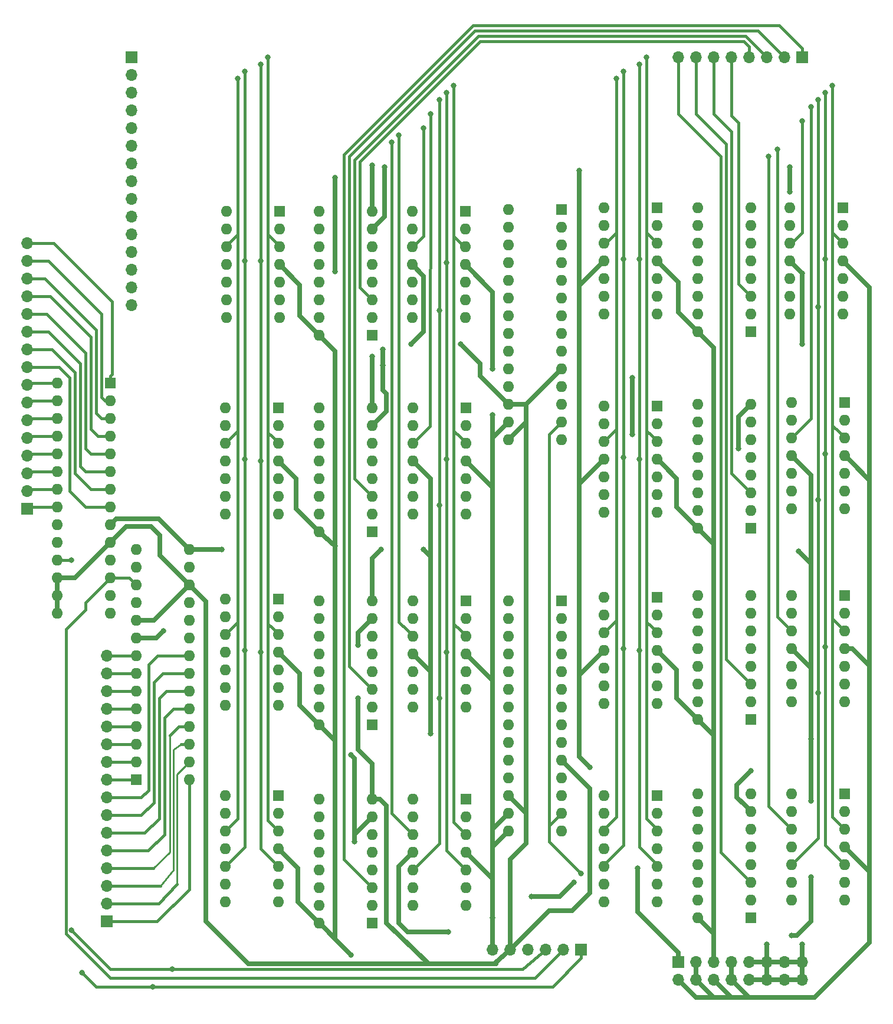
<source format=gbr>
G04 #@! TF.GenerationSoftware,KiCad,Pcbnew,(5.0.1-3-g963ef8bb5)*
G04 #@! TF.CreationDate,2019-04-09T02:40:33-05:00*
G04 #@! TF.ProjectId,SDMAY1932,53444D4159313933322E6B696361645F,rev?*
G04 #@! TF.SameCoordinates,Original*
G04 #@! TF.FileFunction,Copper,L2,Bot,Signal*
G04 #@! TF.FilePolarity,Positive*
%FSLAX46Y46*%
G04 Gerber Fmt 4.6, Leading zero omitted, Abs format (unit mm)*
G04 Created by KiCad (PCBNEW (5.0.1-3-g963ef8bb5)) date Tuesday, April 09, 2019 at 02:40:33 AM*
%MOMM*%
%LPD*%
G01*
G04 APERTURE LIST*
G04 #@! TA.AperFunction,ComponentPad*
%ADD10R,1.600000X1.600000*%
G04 #@! TD*
G04 #@! TA.AperFunction,ComponentPad*
%ADD11O,1.600000X1.600000*%
G04 #@! TD*
G04 #@! TA.AperFunction,ComponentPad*
%ADD12R,1.700000X1.700000*%
G04 #@! TD*
G04 #@! TA.AperFunction,ComponentPad*
%ADD13O,1.700000X1.700000*%
G04 #@! TD*
G04 #@! TA.AperFunction,ViaPad*
%ADD14C,0.800000*%
G04 #@! TD*
G04 #@! TA.AperFunction,Conductor*
%ADD15C,0.381000*%
G04 #@! TD*
G04 #@! TA.AperFunction,Conductor*
%ADD16C,0.635000*%
G04 #@! TD*
G04 #@! TA.AperFunction,Conductor*
%ADD17C,0.250000*%
G04 #@! TD*
G04 APERTURE END LIST*
D10*
G04 #@! TO.P,U17,1*
G04 #@! TO.N,/2GPB0*
X39247170Y-126995906D03*
D11*
G04 #@! TO.P,U17,15*
G04 #@! TO.N,+5V*
X46867170Y-93975906D03*
G04 #@! TO.P,U17,2*
G04 #@! TO.N,/2GPB1*
X39247170Y-124455906D03*
G04 #@! TO.P,U17,16*
G04 #@! TO.N,GND*
X46867170Y-96515906D03*
G04 #@! TO.P,U17,3*
G04 #@! TO.N,/2GPB2*
X39247170Y-121915906D03*
G04 #@! TO.P,U17,17*
G04 #@! TO.N,GND*
X46867170Y-99055906D03*
G04 #@! TO.P,U17,4*
G04 #@! TO.N,/2GPB3*
X39247170Y-119375906D03*
G04 #@! TO.P,U17,18*
G04 #@! TO.N,/RESET*
X46867170Y-101595906D03*
G04 #@! TO.P,U17,5*
G04 #@! TO.N,/2GPB4*
X39247170Y-116835906D03*
G04 #@! TO.P,U17,19*
G04 #@! TO.N,Net-(U17-Pad19)*
X46867170Y-104135906D03*
G04 #@! TO.P,U17,6*
G04 #@! TO.N,/2GPB5*
X39247170Y-114295906D03*
G04 #@! TO.P,U17,20*
G04 #@! TO.N,Net-(U17-Pad20)*
X46867170Y-106675906D03*
G04 #@! TO.P,U17,7*
G04 #@! TO.N,/2GPB6*
X39247170Y-111755906D03*
G04 #@! TO.P,U17,21*
G04 #@! TO.N,/2GPA0*
X46867170Y-109215906D03*
G04 #@! TO.P,U17,8*
G04 #@! TO.N,/2GPB7*
X39247170Y-109215906D03*
G04 #@! TO.P,U17,22*
G04 #@! TO.N,/2GPA1*
X46867170Y-111755906D03*
G04 #@! TO.P,U17,9*
G04 #@! TO.N,+5V*
X39247170Y-106675906D03*
G04 #@! TO.P,U17,23*
G04 #@! TO.N,/2GPA2*
X46867170Y-114295906D03*
G04 #@! TO.P,U17,10*
G04 #@! TO.N,GND*
X39247170Y-104135906D03*
G04 #@! TO.P,U17,24*
G04 #@! TO.N,/2GPA3*
X46867170Y-116835906D03*
G04 #@! TO.P,U17,11*
G04 #@! TO.N,Net-(U17-Pad11)*
X39247170Y-101595906D03*
G04 #@! TO.P,U17,25*
G04 #@! TO.N,/2GPA4*
X46867170Y-119375906D03*
G04 #@! TO.P,U17,12*
G04 #@! TO.N,/SCL*
X39247170Y-99055906D03*
G04 #@! TO.P,U17,26*
G04 #@! TO.N,/2GPA5*
X46867170Y-121915906D03*
G04 #@! TO.P,U17,13*
G04 #@! TO.N,/SDA*
X39247170Y-96515906D03*
G04 #@! TO.P,U17,27*
G04 #@! TO.N,/2GPA6*
X46867170Y-124455906D03*
G04 #@! TO.P,U17,14*
G04 #@! TO.N,Net-(U17-Pad14)*
X39247170Y-93975906D03*
G04 #@! TO.P,U17,28*
G04 #@! TO.N,/2GPA7*
X46867170Y-126995906D03*
G04 #@! TD*
D12*
G04 #@! TO.P,J3,1*
G04 #@! TO.N,/RATE2*
X134874000Y-23368000D03*
D13*
G04 #@! TO.P,J3,2*
G04 #@! TO.N,/PWM4*
X132334000Y-23368000D03*
G04 #@! TO.P,J3,3*
G04 #@! TO.N,/PITCH2*
X129794000Y-23368000D03*
G04 #@! TO.P,J3,4*
G04 #@! TO.N,/PITCH1*
X127254000Y-23368000D03*
G04 #@! TO.P,J3,5*
G04 #@! TO.N,/PWM1*
X124714000Y-23368000D03*
G04 #@! TO.P,J3,6*
G04 #@! TO.N,/PWM2*
X122174000Y-23368000D03*
G04 #@! TO.P,J3,7*
G04 #@! TO.N,/PWM3*
X119634000Y-23368000D03*
G04 #@! TO.P,J3,8*
G04 #@! TO.N,/RATE1*
X117094000Y-23368000D03*
G04 #@! TD*
D11*
G04 #@! TO.P,U24,16*
G04 #@! TO.N,+5V*
X119888000Y-62738000D03*
G04 #@! TO.P,U24,8*
G04 #@! TO.N,-5V*
X127508000Y-44958000D03*
G04 #@! TO.P,U24,15*
G04 #@! TO.N,Net-(U24-Pad15)*
X119888000Y-60198000D03*
G04 #@! TO.P,U24,7*
G04 #@! TO.N,GND*
X127508000Y-47498000D03*
G04 #@! TO.P,U24,14*
G04 #@! TO.N,Net-(U24-Pad14)*
X119888000Y-57658000D03*
G04 #@! TO.P,U24,6*
G04 #@! TO.N,Net-(U20-Pad1)*
X127508000Y-50038000D03*
G04 #@! TO.P,U24,13*
G04 #@! TO.N,Net-(U24-Pad13)*
X119888000Y-55118000D03*
G04 #@! TO.P,U24,5*
G04 #@! TO.N,Net-(U24-Pad5)*
X127508000Y-52578000D03*
G04 #@! TO.P,U24,12*
G04 #@! TO.N,Net-(U24-Pad12)*
X119888000Y-52578000D03*
G04 #@! TO.P,U24,4*
G04 #@! TO.N,Net-(U24-Pad4)*
X127508000Y-55118000D03*
G04 #@! TO.P,U24,11*
G04 #@! TO.N,Net-(U20-Pad2)*
X119888000Y-50038000D03*
G04 #@! TO.P,U24,3*
G04 #@! TO.N,/PWM1*
X127508000Y-57658000D03*
G04 #@! TO.P,U24,10*
G04 #@! TO.N,Net-(U20-Pad3)*
X119888000Y-47498000D03*
G04 #@! TO.P,U24,2*
G04 #@! TO.N,Net-(U24-Pad2)*
X127508000Y-60198000D03*
G04 #@! TO.P,U24,9*
G04 #@! TO.N,Net-(U20-Pad4)*
X119888000Y-44958000D03*
D10*
G04 #@! TO.P,U24,1*
G04 #@! TO.N,Net-(U24-Pad1)*
X127508000Y-62738000D03*
G04 #@! TD*
G04 #@! TO.P,U20,1*
G04 #@! TO.N,Net-(U20-Pad1)*
X100330000Y-45212000D03*
D11*
G04 #@! TO.P,U20,15*
G04 #@! TO.N,GND*
X92710000Y-78232000D03*
G04 #@! TO.P,U20,2*
G04 #@! TO.N,Net-(U20-Pad2)*
X100330000Y-47752000D03*
G04 #@! TO.P,U20,16*
G04 #@! TO.N,+5V*
X92710000Y-75692000D03*
G04 #@! TO.P,U20,3*
G04 #@! TO.N,Net-(U20-Pad3)*
X100330000Y-50292000D03*
G04 #@! TO.P,U20,17*
G04 #@! TO.N,GND*
X92710000Y-73152000D03*
G04 #@! TO.P,U20,4*
G04 #@! TO.N,Net-(U20-Pad4)*
X100330000Y-52832000D03*
G04 #@! TO.P,U20,18*
G04 #@! TO.N,/RESET*
X92710000Y-70612000D03*
G04 #@! TO.P,U20,5*
G04 #@! TO.N,Net-(U20-Pad5)*
X100330000Y-55372000D03*
G04 #@! TO.P,U20,19*
G04 #@! TO.N,Net-(U20-Pad19)*
X92710000Y-68072000D03*
G04 #@! TO.P,U20,6*
G04 #@! TO.N,Net-(U20-Pad6)*
X100330000Y-57912000D03*
G04 #@! TO.P,U20,20*
G04 #@! TO.N,Net-(U20-Pad20)*
X92710000Y-65532000D03*
G04 #@! TO.P,U20,7*
G04 #@! TO.N,Net-(U20-Pad7)*
X100330000Y-60452000D03*
G04 #@! TO.P,U20,21*
G04 #@! TO.N,Net-(U20-Pad21)*
X92710000Y-62992000D03*
G04 #@! TO.P,U20,8*
G04 #@! TO.N,Net-(U20-Pad8)*
X100330000Y-62992000D03*
G04 #@! TO.P,U20,22*
G04 #@! TO.N,Net-(U20-Pad22)*
X92710000Y-60452000D03*
G04 #@! TO.P,U20,9*
G04 #@! TO.N,+5V*
X100330000Y-65532000D03*
G04 #@! TO.P,U20,23*
G04 #@! TO.N,Net-(U20-Pad23)*
X92710000Y-57912000D03*
G04 #@! TO.P,U20,10*
G04 #@! TO.N,GND*
X100330000Y-68072000D03*
G04 #@! TO.P,U20,24*
G04 #@! TO.N,Net-(U20-Pad24)*
X92710000Y-55372000D03*
G04 #@! TO.P,U20,11*
G04 #@! TO.N,Net-(U20-Pad11)*
X100330000Y-70612000D03*
G04 #@! TO.P,U20,25*
G04 #@! TO.N,Net-(U20-Pad25)*
X92710000Y-52832000D03*
G04 #@! TO.P,U20,12*
G04 #@! TO.N,/SCL*
X100330000Y-73152000D03*
G04 #@! TO.P,U20,26*
G04 #@! TO.N,Net-(U20-Pad26)*
X92710000Y-50292000D03*
G04 #@! TO.P,U20,13*
G04 #@! TO.N,/SDA*
X100330000Y-75692000D03*
G04 #@! TO.P,U20,27*
G04 #@! TO.N,Net-(U20-Pad27)*
X92710000Y-47752000D03*
G04 #@! TO.P,U20,14*
G04 #@! TO.N,Net-(U20-Pad14)*
X100330000Y-78232000D03*
G04 #@! TO.P,U20,28*
G04 #@! TO.N,Net-(U20-Pad28)*
X92710000Y-45212000D03*
G04 #@! TD*
D10*
G04 #@! TO.P,U18,1*
G04 #@! TO.N,/1GPB0*
X35560000Y-70104000D03*
D11*
G04 #@! TO.P,U18,15*
G04 #@! TO.N,GND*
X27940000Y-103124000D03*
G04 #@! TO.P,U18,2*
G04 #@! TO.N,/1GPB1*
X35560000Y-72644000D03*
G04 #@! TO.P,U18,16*
G04 #@! TO.N,GND*
X27940000Y-100584000D03*
G04 #@! TO.P,U18,3*
G04 #@! TO.N,/1GPB2*
X35560000Y-75184000D03*
G04 #@! TO.P,U18,17*
G04 #@! TO.N,GND*
X27940000Y-98044000D03*
G04 #@! TO.P,U18,4*
G04 #@! TO.N,/1GPB3*
X35560000Y-77724000D03*
G04 #@! TO.P,U18,18*
G04 #@! TO.N,/RESET*
X27940000Y-95504000D03*
G04 #@! TO.P,U18,5*
G04 #@! TO.N,/1GPB4*
X35560000Y-80264000D03*
G04 #@! TO.P,U18,19*
G04 #@! TO.N,Net-(U18-Pad19)*
X27940000Y-92964000D03*
G04 #@! TO.P,U18,6*
G04 #@! TO.N,/1GPB5*
X35560000Y-82804000D03*
G04 #@! TO.P,U18,20*
G04 #@! TO.N,Net-(U18-Pad20)*
X27940000Y-90424000D03*
G04 #@! TO.P,U18,7*
G04 #@! TO.N,/1GPB6*
X35560000Y-85344000D03*
G04 #@! TO.P,U18,21*
G04 #@! TO.N,/1GPA0*
X27940000Y-87884000D03*
G04 #@! TO.P,U18,8*
G04 #@! TO.N,/1GPB7*
X35560000Y-87884000D03*
G04 #@! TO.P,U18,22*
G04 #@! TO.N,/1GPA1*
X27940000Y-85344000D03*
G04 #@! TO.P,U18,9*
G04 #@! TO.N,+5V*
X35560000Y-90424000D03*
G04 #@! TO.P,U18,23*
G04 #@! TO.N,/1GPA2*
X27940000Y-82804000D03*
G04 #@! TO.P,U18,10*
G04 #@! TO.N,GND*
X35560000Y-92964000D03*
G04 #@! TO.P,U18,24*
G04 #@! TO.N,/1GPA3*
X27940000Y-80264000D03*
G04 #@! TO.P,U18,11*
G04 #@! TO.N,Net-(U18-Pad11)*
X35560000Y-95504000D03*
G04 #@! TO.P,U18,25*
G04 #@! TO.N,/1GPA4*
X27940000Y-77724000D03*
G04 #@! TO.P,U18,12*
G04 #@! TO.N,/SCL*
X35560000Y-98044000D03*
G04 #@! TO.P,U18,26*
G04 #@! TO.N,/1GPA5*
X27940000Y-75184000D03*
G04 #@! TO.P,U18,13*
G04 #@! TO.N,/SDA*
X35560000Y-100584000D03*
G04 #@! TO.P,U18,27*
G04 #@! TO.N,/1GPA6*
X27940000Y-72644000D03*
G04 #@! TO.P,U18,14*
G04 #@! TO.N,Net-(U18-Pad14)*
X35560000Y-103124000D03*
G04 #@! TO.P,U18,28*
G04 #@! TO.N,/1GPA7*
X27940000Y-70104000D03*
G04 #@! TD*
G04 #@! TO.P,U1,14*
G04 #@! TO.N,Net-(U1-Pad13)*
X106426000Y-129286000D03*
G04 #@! TO.P,U1,7*
G04 #@! TO.N,Net-(U1-Pad6)*
X114046000Y-144526000D03*
G04 #@! TO.P,U1,13*
G04 #@! TO.N,Net-(U1-Pad13)*
X106426000Y-131826000D03*
G04 #@! TO.P,U1,6*
G04 #@! TO.N,Net-(U1-Pad6)*
X114046000Y-141986000D03*
G04 #@! TO.P,U1,12*
G04 #@! TO.N,/LFO2*
X106426000Y-134366000D03*
G04 #@! TO.P,U1,5*
G04 #@! TO.N,/OSC2*
X114046000Y-139446000D03*
G04 #@! TO.P,U1,11*
G04 #@! TO.N,-5V*
X106426000Y-136906000D03*
G04 #@! TO.P,U1,4*
G04 #@! TO.N,+5V*
X114046000Y-136906000D03*
G04 #@! TO.P,U1,10*
G04 #@! TO.N,/LFO1*
X106426000Y-139446000D03*
G04 #@! TO.P,U1,3*
G04 #@! TO.N,/OSC1*
X114046000Y-134366000D03*
G04 #@! TO.P,U1,9*
G04 #@! TO.N,Net-(U1-Pad8)*
X106426000Y-141986000D03*
G04 #@! TO.P,U1,2*
G04 #@! TO.N,Net-(U1-Pad1)*
X114046000Y-131826000D03*
G04 #@! TO.P,U1,8*
G04 #@! TO.N,Net-(U1-Pad8)*
X106426000Y-144526000D03*
D10*
G04 #@! TO.P,U1,1*
G04 #@! TO.N,Net-(U1-Pad1)*
X114046000Y-129286000D03*
G04 #@! TD*
G04 #@! TO.P,U2,1*
G04 #@! TO.N,Net-(U2-Pad1)*
X140970000Y-129032000D03*
D11*
G04 #@! TO.P,U2,8*
G04 #@! TO.N,Net-(U2-Pad8)*
X133350000Y-144272000D03*
G04 #@! TO.P,U2,2*
G04 #@! TO.N,Net-(U2-Pad1)*
X140970000Y-131572000D03*
G04 #@! TO.P,U2,9*
G04 #@! TO.N,Net-(U2-Pad8)*
X133350000Y-141732000D03*
G04 #@! TO.P,U2,3*
G04 #@! TO.N,/MIXER*
X140970000Y-134112000D03*
G04 #@! TO.P,U2,10*
G04 #@! TO.N,/ALLMUX6*
X133350000Y-139192000D03*
G04 #@! TO.P,U2,4*
G04 #@! TO.N,+5V*
X140970000Y-136652000D03*
G04 #@! TO.P,U2,11*
G04 #@! TO.N,-5V*
X133350000Y-136652000D03*
G04 #@! TO.P,U2,5*
G04 #@! TO.N,/FILTER*
X140970000Y-139192000D03*
G04 #@! TO.P,U2,12*
G04 #@! TO.N,/RATE17*
X133350000Y-134112000D03*
G04 #@! TO.P,U2,6*
G04 #@! TO.N,Net-(U2-Pad6)*
X140970000Y-141732000D03*
G04 #@! TO.P,U2,13*
G04 #@! TO.N,Net-(U2-Pad13)*
X133350000Y-131572000D03*
G04 #@! TO.P,U2,7*
G04 #@! TO.N,Net-(U2-Pad6)*
X140970000Y-144272000D03*
G04 #@! TO.P,U2,14*
G04 #@! TO.N,Net-(U2-Pad13)*
X133350000Y-129032000D03*
G04 #@! TD*
D10*
G04 #@! TO.P,U3,1*
G04 #@! TO.N,Net-(U22-Pad13)*
X59835920Y-45493963D03*
D11*
G04 #@! TO.P,U3,8*
G04 #@! TO.N,Net-(U22-Pad15)*
X52215920Y-60733963D03*
G04 #@! TO.P,U3,2*
G04 #@! TO.N,Net-(U22-Pad13)*
X59835920Y-48033963D03*
G04 #@! TO.P,U3,9*
G04 #@! TO.N,Net-(U22-Pad15)*
X52215920Y-58193963D03*
G04 #@! TO.P,U3,3*
G04 #@! TO.N,/OSC1*
X59835920Y-50573963D03*
G04 #@! TO.P,U3,10*
G04 #@! TO.N,/LFO1*
X52215920Y-55653963D03*
G04 #@! TO.P,U3,4*
G04 #@! TO.N,+5V*
X59835920Y-53113963D03*
G04 #@! TO.P,U3,11*
G04 #@! TO.N,-5V*
X52215920Y-53113963D03*
G04 #@! TO.P,U3,5*
G04 #@! TO.N,/OSC2*
X59835920Y-55653963D03*
G04 #@! TO.P,U3,12*
G04 #@! TO.N,/LFO2*
X52215920Y-50573963D03*
G04 #@! TO.P,U3,6*
G04 #@! TO.N,Net-(U22-Pad14)*
X59835920Y-58193963D03*
G04 #@! TO.P,U3,13*
G04 #@! TO.N,Net-(U22-Pad12)*
X52215920Y-48033963D03*
G04 #@! TO.P,U3,7*
G04 #@! TO.N,Net-(U22-Pad14)*
X59835920Y-60733963D03*
G04 #@! TO.P,U3,14*
G04 #@! TO.N,Net-(U22-Pad12)*
X52215920Y-45493963D03*
G04 #@! TD*
D10*
G04 #@! TO.P,U4,1*
G04 #@! TO.N,Net-(U22-Pad1)*
X86505920Y-45493963D03*
D11*
G04 #@! TO.P,U4,8*
G04 #@! TO.N,Net-(U22-Pad2)*
X78885920Y-60733963D03*
G04 #@! TO.P,U4,2*
G04 #@! TO.N,Net-(U22-Pad1)*
X86505920Y-48033963D03*
G04 #@! TO.P,U4,9*
G04 #@! TO.N,Net-(U22-Pad2)*
X78885920Y-58193963D03*
G04 #@! TO.P,U4,3*
G04 #@! TO.N,/MIXER*
X86505920Y-50573963D03*
G04 #@! TO.P,U4,10*
G04 #@! TO.N,/ALLMUX6*
X78885920Y-55653963D03*
G04 #@! TO.P,U4,4*
G04 #@! TO.N,+5V*
X86505920Y-53113963D03*
G04 #@! TO.P,U4,11*
G04 #@! TO.N,-5V*
X78885920Y-53113963D03*
G04 #@! TO.P,U4,5*
G04 #@! TO.N,/FILTER*
X86505920Y-55653963D03*
G04 #@! TO.P,U4,12*
G04 #@! TO.N,/PITCH17*
X78885920Y-50573963D03*
G04 #@! TO.P,U4,6*
G04 #@! TO.N,Net-(U22-Pad5)*
X86505920Y-58193963D03*
G04 #@! TO.P,U4,13*
G04 #@! TO.N,Net-(U22-Pad4)*
X78885920Y-48033963D03*
G04 #@! TO.P,U4,7*
G04 #@! TO.N,Net-(U22-Pad5)*
X86505920Y-60733963D03*
G04 #@! TO.P,U4,14*
G04 #@! TO.N,Net-(U22-Pad4)*
X78885920Y-45493963D03*
G04 #@! TD*
D10*
G04 #@! TO.P,U5,1*
G04 #@! TO.N,Net-(U23-Pad13)*
X114046000Y-100838000D03*
D11*
G04 #@! TO.P,U5,8*
G04 #@! TO.N,Net-(U23-Pad15)*
X106426000Y-116078000D03*
G04 #@! TO.P,U5,2*
G04 #@! TO.N,Net-(U23-Pad13)*
X114046000Y-103378000D03*
G04 #@! TO.P,U5,9*
G04 #@! TO.N,Net-(U23-Pad15)*
X106426000Y-113538000D03*
G04 #@! TO.P,U5,3*
G04 #@! TO.N,/OSC1*
X114046000Y-105918000D03*
G04 #@! TO.P,U5,10*
G04 #@! TO.N,/LFO1*
X106426000Y-110998000D03*
G04 #@! TO.P,U5,4*
G04 #@! TO.N,+5V*
X114046000Y-108458000D03*
G04 #@! TO.P,U5,11*
G04 #@! TO.N,-5V*
X106426000Y-108458000D03*
G04 #@! TO.P,U5,5*
G04 #@! TO.N,/OSC2*
X114046000Y-110998000D03*
G04 #@! TO.P,U5,12*
G04 #@! TO.N,/LFO2*
X106426000Y-105918000D03*
G04 #@! TO.P,U5,6*
G04 #@! TO.N,Net-(U23-Pad14)*
X114046000Y-113538000D03*
G04 #@! TO.P,U5,13*
G04 #@! TO.N,Net-(U23-Pad12)*
X106426000Y-103378000D03*
G04 #@! TO.P,U5,7*
G04 #@! TO.N,Net-(U23-Pad14)*
X114046000Y-116078000D03*
G04 #@! TO.P,U5,14*
G04 #@! TO.N,Net-(U23-Pad12)*
X106426000Y-100838000D03*
G04 #@! TD*
D10*
G04 #@! TO.P,U6,1*
G04 #@! TO.N,Net-(U23-Pad1)*
X140970000Y-100584000D03*
D11*
G04 #@! TO.P,U6,8*
G04 #@! TO.N,Net-(U23-Pad2)*
X133350000Y-115824000D03*
G04 #@! TO.P,U6,2*
G04 #@! TO.N,Net-(U23-Pad1)*
X140970000Y-103124000D03*
G04 #@! TO.P,U6,9*
G04 #@! TO.N,Net-(U23-Pad2)*
X133350000Y-113284000D03*
G04 #@! TO.P,U6,3*
G04 #@! TO.N,/MIXER*
X140970000Y-105664000D03*
G04 #@! TO.P,U6,10*
G04 #@! TO.N,/ALLMUX6*
X133350000Y-110744000D03*
G04 #@! TO.P,U6,4*
G04 #@! TO.N,+5V*
X140970000Y-108204000D03*
G04 #@! TO.P,U6,11*
G04 #@! TO.N,-5V*
X133350000Y-108204000D03*
G04 #@! TO.P,U6,5*
G04 #@! TO.N,/FILTER*
X140970000Y-110744000D03*
G04 #@! TO.P,U6,12*
G04 #@! TO.N,/PWMDAC3*
X133350000Y-105664000D03*
G04 #@! TO.P,U6,6*
G04 #@! TO.N,Net-(U23-Pad5)*
X140970000Y-113284000D03*
G04 #@! TO.P,U6,13*
G04 #@! TO.N,Net-(U23-Pad4)*
X133350000Y-103124000D03*
G04 #@! TO.P,U6,7*
G04 #@! TO.N,Net-(U23-Pad5)*
X140970000Y-115824000D03*
G04 #@! TO.P,U6,14*
G04 #@! TO.N,Net-(U23-Pad4)*
X133350000Y-100584000D03*
G04 #@! TD*
D10*
G04 #@! TO.P,U7,1*
G04 #@! TO.N,Net-(U24-Pad13)*
X114046000Y-44958000D03*
D11*
G04 #@! TO.P,U7,8*
G04 #@! TO.N,Net-(U24-Pad15)*
X106426000Y-60198000D03*
G04 #@! TO.P,U7,2*
G04 #@! TO.N,Net-(U24-Pad13)*
X114046000Y-47498000D03*
G04 #@! TO.P,U7,9*
G04 #@! TO.N,Net-(U24-Pad15)*
X106426000Y-57658000D03*
G04 #@! TO.P,U7,3*
G04 #@! TO.N,/OSC1*
X114046000Y-50038000D03*
G04 #@! TO.P,U7,10*
G04 #@! TO.N,/LFO1*
X106426000Y-55118000D03*
G04 #@! TO.P,U7,4*
G04 #@! TO.N,+5V*
X114046000Y-52578000D03*
G04 #@! TO.P,U7,11*
G04 #@! TO.N,-5V*
X106426000Y-52578000D03*
G04 #@! TO.P,U7,5*
G04 #@! TO.N,/OSC2*
X114046000Y-55118000D03*
G04 #@! TO.P,U7,12*
G04 #@! TO.N,/LFO2*
X106426000Y-50038000D03*
G04 #@! TO.P,U7,6*
G04 #@! TO.N,Net-(U24-Pad14)*
X114046000Y-57658000D03*
G04 #@! TO.P,U7,13*
G04 #@! TO.N,Net-(U24-Pad12)*
X106426000Y-47498000D03*
G04 #@! TO.P,U7,7*
G04 #@! TO.N,Net-(U24-Pad14)*
X114046000Y-60198000D03*
G04 #@! TO.P,U7,14*
G04 #@! TO.N,Net-(U24-Pad12)*
X106426000Y-44958000D03*
G04 #@! TD*
D10*
G04 #@! TO.P,U8,1*
G04 #@! TO.N,Net-(U24-Pad1)*
X140716000Y-44958000D03*
D11*
G04 #@! TO.P,U8,8*
G04 #@! TO.N,Net-(U24-Pad2)*
X133096000Y-60198000D03*
G04 #@! TO.P,U8,2*
G04 #@! TO.N,Net-(U24-Pad1)*
X140716000Y-47498000D03*
G04 #@! TO.P,U8,9*
G04 #@! TO.N,Net-(U24-Pad2)*
X133096000Y-57658000D03*
G04 #@! TO.P,U8,3*
G04 #@! TO.N,/MIXER*
X140716000Y-50038000D03*
G04 #@! TO.P,U8,10*
G04 #@! TO.N,/ALLMUX6*
X133096000Y-55118000D03*
G04 #@! TO.P,U8,4*
G04 #@! TO.N,+5V*
X140716000Y-52578000D03*
G04 #@! TO.P,U8,11*
G04 #@! TO.N,-5V*
X133096000Y-52578000D03*
G04 #@! TO.P,U8,5*
G04 #@! TO.N,/FILTER*
X140716000Y-55118000D03*
G04 #@! TO.P,U8,12*
G04 #@! TO.N,/PWMDAC1*
X133096000Y-50038000D03*
G04 #@! TO.P,U8,6*
G04 #@! TO.N,Net-(U24-Pad5)*
X140716000Y-57658000D03*
G04 #@! TO.P,U8,13*
G04 #@! TO.N,Net-(U24-Pad4)*
X133096000Y-47498000D03*
G04 #@! TO.P,U8,7*
G04 #@! TO.N,Net-(U24-Pad5)*
X140716000Y-60198000D03*
G04 #@! TO.P,U8,14*
G04 #@! TO.N,Net-(U24-Pad4)*
X133096000Y-44958000D03*
G04 #@! TD*
D10*
G04 #@! TO.P,U9,1*
G04 #@! TO.N,Net-(U25-Pad13)*
X59690000Y-129286000D03*
D11*
G04 #@! TO.P,U9,8*
G04 #@! TO.N,Net-(U25-Pad15)*
X52070000Y-144526000D03*
G04 #@! TO.P,U9,2*
G04 #@! TO.N,Net-(U25-Pad13)*
X59690000Y-131826000D03*
G04 #@! TO.P,U9,9*
G04 #@! TO.N,Net-(U25-Pad15)*
X52070000Y-141986000D03*
G04 #@! TO.P,U9,3*
G04 #@! TO.N,/OSC1*
X59690000Y-134366000D03*
G04 #@! TO.P,U9,10*
G04 #@! TO.N,/LFO1*
X52070000Y-139446000D03*
G04 #@! TO.P,U9,4*
G04 #@! TO.N,+5V*
X59690000Y-136906000D03*
G04 #@! TO.P,U9,11*
G04 #@! TO.N,-5V*
X52070000Y-136906000D03*
G04 #@! TO.P,U9,5*
G04 #@! TO.N,/OSC2*
X59690000Y-139446000D03*
G04 #@! TO.P,U9,12*
G04 #@! TO.N,/LFO2*
X52070000Y-134366000D03*
G04 #@! TO.P,U9,6*
G04 #@! TO.N,Net-(U25-Pad14)*
X59690000Y-141986000D03*
G04 #@! TO.P,U9,13*
G04 #@! TO.N,Net-(U25-Pad12)*
X52070000Y-131826000D03*
G04 #@! TO.P,U9,7*
G04 #@! TO.N,Net-(U25-Pad14)*
X59690000Y-144526000D03*
G04 #@! TO.P,U9,14*
G04 #@! TO.N,Net-(U25-Pad12)*
X52070000Y-129286000D03*
G04 #@! TD*
G04 #@! TO.P,U10,14*
G04 #@! TO.N,Net-(U10-Pad13)*
X78994000Y-129794000D03*
G04 #@! TO.P,U10,7*
G04 #@! TO.N,Net-(U10-Pad6)*
X86614000Y-145034000D03*
G04 #@! TO.P,U10,13*
G04 #@! TO.N,Net-(U10-Pad13)*
X78994000Y-132334000D03*
G04 #@! TO.P,U10,6*
G04 #@! TO.N,Net-(U10-Pad6)*
X86614000Y-142494000D03*
G04 #@! TO.P,U10,12*
G04 #@! TO.N,/RATE27*
X78994000Y-134874000D03*
G04 #@! TO.P,U10,5*
G04 #@! TO.N,/FILTER*
X86614000Y-139954000D03*
G04 #@! TO.P,U10,11*
G04 #@! TO.N,-5V*
X78994000Y-137414000D03*
G04 #@! TO.P,U10,4*
G04 #@! TO.N,+5V*
X86614000Y-137414000D03*
G04 #@! TO.P,U10,10*
G04 #@! TO.N,/ALLMUX6*
X78994000Y-139954000D03*
G04 #@! TO.P,U10,3*
G04 #@! TO.N,/MIXER*
X86614000Y-134874000D03*
G04 #@! TO.P,U10,9*
G04 #@! TO.N,Net-(U10-Pad8)*
X78994000Y-142494000D03*
G04 #@! TO.P,U10,2*
G04 #@! TO.N,Net-(U10-Pad1)*
X86614000Y-132334000D03*
G04 #@! TO.P,U10,8*
G04 #@! TO.N,Net-(U10-Pad8)*
X78994000Y-145034000D03*
D10*
G04 #@! TO.P,U10,1*
G04 #@! TO.N,Net-(U10-Pad1)*
X86614000Y-129794000D03*
G04 #@! TD*
D11*
G04 #@! TO.P,U11,14*
G04 #@! TO.N,Net-(U11-Pad13)*
X52070000Y-73660000D03*
G04 #@! TO.P,U11,7*
G04 #@! TO.N,Net-(U11-Pad6)*
X59690000Y-88900000D03*
G04 #@! TO.P,U11,13*
G04 #@! TO.N,Net-(U11-Pad13)*
X52070000Y-76200000D03*
G04 #@! TO.P,U11,6*
G04 #@! TO.N,Net-(U11-Pad6)*
X59690000Y-86360000D03*
G04 #@! TO.P,U11,12*
G04 #@! TO.N,/LFO2*
X52070000Y-78740000D03*
G04 #@! TO.P,U11,5*
G04 #@! TO.N,/OSC2*
X59690000Y-83820000D03*
G04 #@! TO.P,U11,11*
G04 #@! TO.N,-5V*
X52070000Y-81280000D03*
G04 #@! TO.P,U11,4*
G04 #@! TO.N,+5V*
X59690000Y-81280000D03*
G04 #@! TO.P,U11,10*
G04 #@! TO.N,/LFO1*
X52070000Y-83820000D03*
G04 #@! TO.P,U11,3*
G04 #@! TO.N,/OSC1*
X59690000Y-78740000D03*
G04 #@! TO.P,U11,9*
G04 #@! TO.N,Net-(U11-Pad8)*
X52070000Y-86360000D03*
G04 #@! TO.P,U11,2*
G04 #@! TO.N,Net-(U11-Pad1)*
X59690000Y-76200000D03*
G04 #@! TO.P,U11,8*
G04 #@! TO.N,Net-(U11-Pad8)*
X52070000Y-88900000D03*
D10*
G04 #@! TO.P,U11,1*
G04 #@! TO.N,Net-(U11-Pad1)*
X59690000Y-73660000D03*
G04 #@! TD*
D11*
G04 #@! TO.P,U12,14*
G04 #@! TO.N,Net-(U12-Pad13)*
X78994000Y-73660000D03*
G04 #@! TO.P,U12,7*
G04 #@! TO.N,Net-(U12-Pad6)*
X86614000Y-88900000D03*
G04 #@! TO.P,U12,13*
G04 #@! TO.N,Net-(U12-Pad13)*
X78994000Y-76200000D03*
G04 #@! TO.P,U12,6*
G04 #@! TO.N,Net-(U12-Pad6)*
X86614000Y-86360000D03*
G04 #@! TO.P,U12,12*
G04 #@! TO.N,/PITCH27*
X78994000Y-78740000D03*
G04 #@! TO.P,U12,5*
G04 #@! TO.N,/FILTER*
X86614000Y-83820000D03*
G04 #@! TO.P,U12,11*
G04 #@! TO.N,-5V*
X78994000Y-81280000D03*
G04 #@! TO.P,U12,4*
G04 #@! TO.N,+5V*
X86614000Y-81280000D03*
G04 #@! TO.P,U12,10*
G04 #@! TO.N,/ALLMUX6*
X78994000Y-83820000D03*
G04 #@! TO.P,U12,3*
G04 #@! TO.N,/MIXER*
X86614000Y-78740000D03*
G04 #@! TO.P,U12,9*
G04 #@! TO.N,Net-(U12-Pad8)*
X78994000Y-86360000D03*
G04 #@! TO.P,U12,2*
G04 #@! TO.N,Net-(U12-Pad1)*
X86614000Y-76200000D03*
G04 #@! TO.P,U12,8*
G04 #@! TO.N,Net-(U12-Pad8)*
X78994000Y-88900000D03*
D10*
G04 #@! TO.P,U12,1*
G04 #@! TO.N,Net-(U12-Pad1)*
X86614000Y-73660000D03*
G04 #@! TD*
D11*
G04 #@! TO.P,U13,14*
G04 #@! TO.N,Net-(U13-Pad13)*
X52070000Y-101092000D03*
G04 #@! TO.P,U13,7*
G04 #@! TO.N,Net-(U13-Pad6)*
X59690000Y-116332000D03*
G04 #@! TO.P,U13,13*
G04 #@! TO.N,Net-(U13-Pad13)*
X52070000Y-103632000D03*
G04 #@! TO.P,U13,6*
G04 #@! TO.N,Net-(U13-Pad6)*
X59690000Y-113792000D03*
G04 #@! TO.P,U13,12*
G04 #@! TO.N,/LFO2*
X52070000Y-106172000D03*
G04 #@! TO.P,U13,5*
G04 #@! TO.N,/OSC2*
X59690000Y-111252000D03*
G04 #@! TO.P,U13,11*
G04 #@! TO.N,-5V*
X52070000Y-108712000D03*
G04 #@! TO.P,U13,4*
G04 #@! TO.N,+5V*
X59690000Y-108712000D03*
G04 #@! TO.P,U13,10*
G04 #@! TO.N,/LFO1*
X52070000Y-111252000D03*
G04 #@! TO.P,U13,3*
G04 #@! TO.N,/OSC1*
X59690000Y-106172000D03*
G04 #@! TO.P,U13,9*
G04 #@! TO.N,Net-(U13-Pad8)*
X52070000Y-113792000D03*
G04 #@! TO.P,U13,2*
G04 #@! TO.N,Net-(U13-Pad1)*
X59690000Y-103632000D03*
G04 #@! TO.P,U13,8*
G04 #@! TO.N,Net-(U13-Pad8)*
X52070000Y-116332000D03*
D10*
G04 #@! TO.P,U13,1*
G04 #@! TO.N,Net-(U13-Pad1)*
X59690000Y-101092000D03*
G04 #@! TD*
D11*
G04 #@! TO.P,U14,14*
G04 #@! TO.N,Net-(U14-Pad13)*
X78994000Y-101346000D03*
G04 #@! TO.P,U14,7*
G04 #@! TO.N,Net-(U14-Pad6)*
X86614000Y-116586000D03*
G04 #@! TO.P,U14,13*
G04 #@! TO.N,Net-(U14-Pad13)*
X78994000Y-103886000D03*
G04 #@! TO.P,U14,6*
G04 #@! TO.N,Net-(U14-Pad6)*
X86614000Y-114046000D03*
G04 #@! TO.P,U14,12*
G04 #@! TO.N,/PWMDAC4*
X78994000Y-106426000D03*
G04 #@! TO.P,U14,5*
G04 #@! TO.N,/FILTER*
X86614000Y-111506000D03*
G04 #@! TO.P,U14,11*
G04 #@! TO.N,-5V*
X78994000Y-108966000D03*
G04 #@! TO.P,U14,4*
G04 #@! TO.N,+5V*
X86614000Y-108966000D03*
G04 #@! TO.P,U14,10*
G04 #@! TO.N,/ALLMUX6*
X78994000Y-111506000D03*
G04 #@! TO.P,U14,3*
G04 #@! TO.N,/MIXER*
X86614000Y-106426000D03*
G04 #@! TO.P,U14,9*
G04 #@! TO.N,Net-(U14-Pad8)*
X78994000Y-114046000D03*
G04 #@! TO.P,U14,2*
G04 #@! TO.N,Net-(U14-Pad1)*
X86614000Y-103886000D03*
G04 #@! TO.P,U14,8*
G04 #@! TO.N,Net-(U14-Pad8)*
X78994000Y-116586000D03*
D10*
G04 #@! TO.P,U14,1*
G04 #@! TO.N,Net-(U14-Pad1)*
X86614000Y-101346000D03*
G04 #@! TD*
D11*
G04 #@! TO.P,U15,14*
G04 #@! TO.N,Net-(U15-Pad13)*
X106426000Y-73406000D03*
G04 #@! TO.P,U15,7*
G04 #@! TO.N,Net-(U15-Pad6)*
X114046000Y-88646000D03*
G04 #@! TO.P,U15,13*
G04 #@! TO.N,Net-(U15-Pad13)*
X106426000Y-75946000D03*
G04 #@! TO.P,U15,6*
G04 #@! TO.N,Net-(U15-Pad6)*
X114046000Y-86106000D03*
G04 #@! TO.P,U15,12*
G04 #@! TO.N,/LFO2*
X106426000Y-78486000D03*
G04 #@! TO.P,U15,5*
G04 #@! TO.N,/OSC2*
X114046000Y-83566000D03*
G04 #@! TO.P,U15,11*
G04 #@! TO.N,-5V*
X106426000Y-81026000D03*
G04 #@! TO.P,U15,4*
G04 #@! TO.N,+5V*
X114046000Y-81026000D03*
G04 #@! TO.P,U15,10*
G04 #@! TO.N,/LFO1*
X106426000Y-83566000D03*
G04 #@! TO.P,U15,3*
G04 #@! TO.N,/OSC1*
X114046000Y-78486000D03*
G04 #@! TO.P,U15,9*
G04 #@! TO.N,Net-(U15-Pad8)*
X106426000Y-86106000D03*
G04 #@! TO.P,U15,2*
G04 #@! TO.N,Net-(U15-Pad1)*
X114046000Y-75946000D03*
G04 #@! TO.P,U15,8*
G04 #@! TO.N,Net-(U15-Pad8)*
X106426000Y-88646000D03*
D10*
G04 #@! TO.P,U15,1*
G04 #@! TO.N,Net-(U15-Pad1)*
X114046000Y-73406000D03*
G04 #@! TD*
D11*
G04 #@! TO.P,U16,14*
G04 #@! TO.N,Net-(U16-Pad13)*
X133350000Y-72898000D03*
G04 #@! TO.P,U16,7*
G04 #@! TO.N,Net-(U16-Pad6)*
X140970000Y-88138000D03*
G04 #@! TO.P,U16,13*
G04 #@! TO.N,Net-(U16-Pad13)*
X133350000Y-75438000D03*
G04 #@! TO.P,U16,6*
G04 #@! TO.N,Net-(U16-Pad6)*
X140970000Y-85598000D03*
G04 #@! TO.P,U16,12*
G04 #@! TO.N,/PWMDAC2*
X133350000Y-77978000D03*
G04 #@! TO.P,U16,5*
G04 #@! TO.N,/FILTER*
X140970000Y-83058000D03*
G04 #@! TO.P,U16,11*
G04 #@! TO.N,-5V*
X133350000Y-80518000D03*
G04 #@! TO.P,U16,4*
G04 #@! TO.N,+5V*
X140970000Y-80518000D03*
G04 #@! TO.P,U16,10*
G04 #@! TO.N,/ALLMUX6*
X133350000Y-83058000D03*
G04 #@! TO.P,U16,3*
G04 #@! TO.N,/MIXER*
X140970000Y-77978000D03*
G04 #@! TO.P,U16,9*
G04 #@! TO.N,Net-(U16-Pad8)*
X133350000Y-85598000D03*
G04 #@! TO.P,U16,2*
G04 #@! TO.N,Net-(U16-Pad1)*
X140970000Y-75438000D03*
G04 #@! TO.P,U16,8*
G04 #@! TO.N,Net-(U16-Pad8)*
X133350000Y-88138000D03*
D10*
G04 #@! TO.P,U16,1*
G04 #@! TO.N,Net-(U16-Pad1)*
X140970000Y-72898000D03*
G04 #@! TD*
D11*
G04 #@! TO.P,U19,28*
G04 #@! TO.N,Net-(U19-Pad28)*
X92710000Y-101346000D03*
G04 #@! TO.P,U19,14*
G04 #@! TO.N,Net-(U19-Pad14)*
X100330000Y-134366000D03*
G04 #@! TO.P,U19,27*
G04 #@! TO.N,Net-(U19-Pad27)*
X92710000Y-103886000D03*
G04 #@! TO.P,U19,13*
G04 #@! TO.N,/SDA*
X100330000Y-131826000D03*
G04 #@! TO.P,U19,26*
G04 #@! TO.N,Net-(U19-Pad26)*
X92710000Y-106426000D03*
G04 #@! TO.P,U19,12*
G04 #@! TO.N,/SCL*
X100330000Y-129286000D03*
G04 #@! TO.P,U19,25*
G04 #@! TO.N,Net-(U19-Pad25)*
X92710000Y-108966000D03*
G04 #@! TO.P,U19,11*
G04 #@! TO.N,Net-(U19-Pad11)*
X100330000Y-126746000D03*
G04 #@! TO.P,U19,24*
G04 #@! TO.N,Net-(U19-Pad24)*
X92710000Y-111506000D03*
G04 #@! TO.P,U19,10*
G04 #@! TO.N,GND*
X100330000Y-124206000D03*
G04 #@! TO.P,U19,23*
G04 #@! TO.N,Net-(U19-Pad23)*
X92710000Y-114046000D03*
G04 #@! TO.P,U19,9*
G04 #@! TO.N,+5V*
X100330000Y-121666000D03*
G04 #@! TO.P,U19,22*
G04 #@! TO.N,Net-(U19-Pad22)*
X92710000Y-116586000D03*
G04 #@! TO.P,U19,8*
G04 #@! TO.N,Net-(U19-Pad8)*
X100330000Y-119126000D03*
G04 #@! TO.P,U19,21*
G04 #@! TO.N,Net-(U19-Pad21)*
X92710000Y-119126000D03*
G04 #@! TO.P,U19,7*
G04 #@! TO.N,Net-(U19-Pad7)*
X100330000Y-116586000D03*
G04 #@! TO.P,U19,20*
G04 #@! TO.N,Net-(U19-Pad20)*
X92710000Y-121666000D03*
G04 #@! TO.P,U19,6*
G04 #@! TO.N,Net-(U19-Pad6)*
X100330000Y-114046000D03*
G04 #@! TO.P,U19,19*
G04 #@! TO.N,Net-(U19-Pad19)*
X92710000Y-124206000D03*
G04 #@! TO.P,U19,5*
G04 #@! TO.N,Net-(U19-Pad5)*
X100330000Y-111506000D03*
G04 #@! TO.P,U19,18*
G04 #@! TO.N,/RESET*
X92710000Y-126746000D03*
G04 #@! TO.P,U19,4*
G04 #@! TO.N,Net-(U19-Pad4)*
X100330000Y-108966000D03*
G04 #@! TO.P,U19,17*
G04 #@! TO.N,GND*
X92710000Y-129286000D03*
G04 #@! TO.P,U19,3*
G04 #@! TO.N,Net-(U19-Pad3)*
X100330000Y-106426000D03*
G04 #@! TO.P,U19,16*
G04 #@! TO.N,+5V*
X92710000Y-131826000D03*
G04 #@! TO.P,U19,2*
G04 #@! TO.N,Net-(U19-Pad2)*
X100330000Y-103886000D03*
G04 #@! TO.P,U19,15*
G04 #@! TO.N,+5V*
X92710000Y-134366000D03*
D10*
G04 #@! TO.P,U19,1*
G04 #@! TO.N,Net-(U19-Pad1)*
X100330000Y-101346000D03*
G04 #@! TD*
D11*
G04 #@! TO.P,U21,16*
G04 #@! TO.N,+5V*
X119888000Y-146812000D03*
G04 #@! TO.P,U21,8*
G04 #@! TO.N,GND*
X127508000Y-129032000D03*
G04 #@! TO.P,U21,15*
G04 #@! TO.N,Net-(U1-Pad8)*
X119888000Y-144272000D03*
G04 #@! TO.P,U21,7*
G04 #@! TO.N,-5V*
X127508000Y-131572000D03*
G04 #@! TO.P,U21,14*
G04 #@! TO.N,Net-(U1-Pad6)*
X119888000Y-141732000D03*
G04 #@! TO.P,U21,6*
G04 #@! TO.N,Net-(U19-Pad5)*
X127508000Y-134112000D03*
G04 #@! TO.P,U21,13*
G04 #@! TO.N,Net-(U1-Pad1)*
X119888000Y-139192000D03*
G04 #@! TO.P,U21,5*
G04 #@! TO.N,Net-(U2-Pad6)*
X127508000Y-136652000D03*
G04 #@! TO.P,U21,12*
G04 #@! TO.N,Net-(U1-Pad13)*
X119888000Y-136652000D03*
G04 #@! TO.P,U21,4*
G04 #@! TO.N,Net-(U2-Pad13)*
X127508000Y-139192000D03*
G04 #@! TO.P,U21,11*
G04 #@! TO.N,Net-(U19-Pad6)*
X119888000Y-134112000D03*
G04 #@! TO.P,U21,3*
G04 #@! TO.N,/RATE1*
X127508000Y-141732000D03*
G04 #@! TO.P,U21,10*
G04 #@! TO.N,Net-(U19-Pad7)*
X119888000Y-131572000D03*
G04 #@! TO.P,U21,2*
G04 #@! TO.N,Net-(U2-Pad8)*
X127508000Y-144272000D03*
G04 #@! TO.P,U21,9*
G04 #@! TO.N,Net-(U19-Pad8)*
X119888000Y-129032000D03*
D10*
G04 #@! TO.P,U21,1*
G04 #@! TO.N,Net-(U2-Pad1)*
X127508000Y-146812000D03*
G04 #@! TD*
G04 #@! TO.P,U22,1*
G04 #@! TO.N,Net-(U22-Pad1)*
X73152000Y-63246000D03*
D11*
G04 #@! TO.P,U22,9*
G04 #@! TO.N,Net-(U20-Pad28)*
X65532000Y-45466000D03*
G04 #@! TO.P,U22,2*
G04 #@! TO.N,Net-(U22-Pad2)*
X73152000Y-60706000D03*
G04 #@! TO.P,U22,10*
G04 #@! TO.N,Net-(U20-Pad27)*
X65532000Y-48006000D03*
G04 #@! TO.P,U22,3*
G04 #@! TO.N,/PITCH1*
X73152000Y-58166000D03*
G04 #@! TO.P,U22,11*
G04 #@! TO.N,Net-(U20-Pad26)*
X65532000Y-50546000D03*
G04 #@! TO.P,U22,4*
G04 #@! TO.N,Net-(U22-Pad4)*
X73152000Y-55626000D03*
G04 #@! TO.P,U22,12*
G04 #@! TO.N,Net-(U22-Pad12)*
X65532000Y-53086000D03*
G04 #@! TO.P,U22,5*
G04 #@! TO.N,Net-(U22-Pad5)*
X73152000Y-53086000D03*
G04 #@! TO.P,U22,13*
G04 #@! TO.N,Net-(U22-Pad13)*
X65532000Y-55626000D03*
G04 #@! TO.P,U22,6*
G04 #@! TO.N,Net-(U20-Pad25)*
X73152000Y-50546000D03*
G04 #@! TO.P,U22,14*
G04 #@! TO.N,Net-(U22-Pad14)*
X65532000Y-58166000D03*
G04 #@! TO.P,U22,7*
G04 #@! TO.N,-5V*
X73152000Y-48006000D03*
G04 #@! TO.P,U22,15*
G04 #@! TO.N,Net-(U22-Pad15)*
X65532000Y-60706000D03*
G04 #@! TO.P,U22,8*
G04 #@! TO.N,GND*
X73152000Y-45466000D03*
G04 #@! TO.P,U22,16*
G04 #@! TO.N,+5V*
X65532000Y-63246000D03*
G04 #@! TD*
D10*
G04 #@! TO.P,U23,1*
G04 #@! TO.N,Net-(U23-Pad1)*
X127508000Y-118364000D03*
D11*
G04 #@! TO.P,U23,9*
G04 #@! TO.N,Net-(U19-Pad4)*
X119888000Y-100584000D03*
G04 #@! TO.P,U23,2*
G04 #@! TO.N,Net-(U23-Pad2)*
X127508000Y-115824000D03*
G04 #@! TO.P,U23,10*
G04 #@! TO.N,Net-(U19-Pad3)*
X119888000Y-103124000D03*
G04 #@! TO.P,U23,3*
G04 #@! TO.N,/PWM3*
X127508000Y-113284000D03*
G04 #@! TO.P,U23,11*
G04 #@! TO.N,Net-(U19-Pad2)*
X119888000Y-105664000D03*
G04 #@! TO.P,U23,4*
G04 #@! TO.N,Net-(U23-Pad4)*
X127508000Y-110744000D03*
G04 #@! TO.P,U23,12*
G04 #@! TO.N,Net-(U23-Pad12)*
X119888000Y-108204000D03*
G04 #@! TO.P,U23,5*
G04 #@! TO.N,Net-(U23-Pad5)*
X127508000Y-108204000D03*
G04 #@! TO.P,U23,13*
G04 #@! TO.N,Net-(U23-Pad13)*
X119888000Y-110744000D03*
G04 #@! TO.P,U23,6*
G04 #@! TO.N,Net-(U19-Pad1)*
X127508000Y-105664000D03*
G04 #@! TO.P,U23,14*
G04 #@! TO.N,Net-(U23-Pad14)*
X119888000Y-113284000D03*
G04 #@! TO.P,U23,7*
G04 #@! TO.N,GND*
X127508000Y-103124000D03*
G04 #@! TO.P,U23,15*
G04 #@! TO.N,Net-(U23-Pad15)*
X119888000Y-115824000D03*
G04 #@! TO.P,U23,8*
G04 #@! TO.N,-5V*
X127508000Y-100584000D03*
G04 #@! TO.P,U23,16*
G04 #@! TO.N,+5V*
X119888000Y-118364000D03*
G04 #@! TD*
D10*
G04 #@! TO.P,U25,1*
G04 #@! TO.N,Net-(U10-Pad1)*
X73152000Y-147574000D03*
D11*
G04 #@! TO.P,U25,9*
G04 #@! TO.N,Net-(U19-Pad24)*
X65532000Y-129794000D03*
G04 #@! TO.P,U25,2*
G04 #@! TO.N,Net-(U10-Pad8)*
X73152000Y-145034000D03*
G04 #@! TO.P,U25,10*
G04 #@! TO.N,Net-(U19-Pad23)*
X65532000Y-132334000D03*
G04 #@! TO.P,U25,3*
G04 #@! TO.N,/RATE2*
X73152000Y-142494000D03*
G04 #@! TO.P,U25,11*
G04 #@! TO.N,Net-(U19-Pad22)*
X65532000Y-134874000D03*
G04 #@! TO.P,U25,4*
G04 #@! TO.N,Net-(U10-Pad13)*
X73152000Y-139954000D03*
G04 #@! TO.P,U25,12*
G04 #@! TO.N,Net-(U25-Pad12)*
X65532000Y-137414000D03*
G04 #@! TO.P,U25,5*
G04 #@! TO.N,Net-(U10-Pad6)*
X73152000Y-137414000D03*
G04 #@! TO.P,U25,13*
G04 #@! TO.N,Net-(U25-Pad13)*
X65532000Y-139954000D03*
G04 #@! TO.P,U25,6*
G04 #@! TO.N,Net-(U19-Pad21)*
X73152000Y-134874000D03*
G04 #@! TO.P,U25,14*
G04 #@! TO.N,Net-(U25-Pad14)*
X65532000Y-142494000D03*
G04 #@! TO.P,U25,7*
G04 #@! TO.N,-5V*
X73152000Y-132334000D03*
G04 #@! TO.P,U25,15*
G04 #@! TO.N,Net-(U25-Pad15)*
X65532000Y-145034000D03*
G04 #@! TO.P,U25,8*
G04 #@! TO.N,GND*
X73152000Y-129794000D03*
G04 #@! TO.P,U25,16*
G04 #@! TO.N,+5V*
X65532000Y-147574000D03*
G04 #@! TD*
D10*
G04 #@! TO.P,U26,1*
G04 #@! TO.N,Net-(U12-Pad1)*
X73152000Y-91440000D03*
D11*
G04 #@! TO.P,U26,9*
G04 #@! TO.N,Net-(U20-Pad24)*
X65532000Y-73660000D03*
G04 #@! TO.P,U26,2*
G04 #@! TO.N,Net-(U12-Pad8)*
X73152000Y-88900000D03*
G04 #@! TO.P,U26,10*
G04 #@! TO.N,Net-(U20-Pad23)*
X65532000Y-76200000D03*
G04 #@! TO.P,U26,3*
G04 #@! TO.N,/PITCH2*
X73152000Y-86360000D03*
G04 #@! TO.P,U26,11*
G04 #@! TO.N,Net-(U20-Pad22)*
X65532000Y-78740000D03*
G04 #@! TO.P,U26,4*
G04 #@! TO.N,Net-(U12-Pad13)*
X73152000Y-83820000D03*
G04 #@! TO.P,U26,12*
G04 #@! TO.N,Net-(U11-Pad13)*
X65532000Y-81280000D03*
G04 #@! TO.P,U26,5*
G04 #@! TO.N,Net-(U12-Pad6)*
X73152000Y-81280000D03*
G04 #@! TO.P,U26,13*
G04 #@! TO.N,Net-(U11-Pad1)*
X65532000Y-83820000D03*
G04 #@! TO.P,U26,6*
G04 #@! TO.N,Net-(U20-Pad21)*
X73152000Y-78740000D03*
G04 #@! TO.P,U26,14*
G04 #@! TO.N,Net-(U11-Pad6)*
X65532000Y-86360000D03*
G04 #@! TO.P,U26,7*
G04 #@! TO.N,-5V*
X73152000Y-76200000D03*
G04 #@! TO.P,U26,15*
G04 #@! TO.N,Net-(U11-Pad8)*
X65532000Y-88900000D03*
G04 #@! TO.P,U26,8*
G04 #@! TO.N,GND*
X73152000Y-73660000D03*
G04 #@! TO.P,U26,16*
G04 #@! TO.N,+5V*
X65532000Y-91440000D03*
G04 #@! TD*
G04 #@! TO.P,U27,16*
G04 #@! TO.N,+5V*
X65532000Y-119126000D03*
G04 #@! TO.P,U27,8*
G04 #@! TO.N,-5V*
X73152000Y-101346000D03*
G04 #@! TO.P,U27,15*
G04 #@! TO.N,Net-(U13-Pad8)*
X65532000Y-116586000D03*
G04 #@! TO.P,U27,7*
G04 #@! TO.N,GND*
X73152000Y-103886000D03*
G04 #@! TO.P,U27,14*
G04 #@! TO.N,Net-(U13-Pad6)*
X65532000Y-114046000D03*
G04 #@! TO.P,U27,6*
G04 #@! TO.N,Net-(U19-Pad25)*
X73152000Y-106426000D03*
G04 #@! TO.P,U27,13*
G04 #@! TO.N,Net-(U13-Pad1)*
X65532000Y-111506000D03*
G04 #@! TO.P,U27,5*
G04 #@! TO.N,Net-(U14-Pad6)*
X73152000Y-108966000D03*
G04 #@! TO.P,U27,12*
G04 #@! TO.N,Net-(U13-Pad13)*
X65532000Y-108966000D03*
G04 #@! TO.P,U27,4*
G04 #@! TO.N,Net-(U14-Pad13)*
X73152000Y-111506000D03*
G04 #@! TO.P,U27,11*
G04 #@! TO.N,Net-(U19-Pad26)*
X65532000Y-106426000D03*
G04 #@! TO.P,U27,3*
G04 #@! TO.N,/PWM4*
X73152000Y-114046000D03*
G04 #@! TO.P,U27,10*
G04 #@! TO.N,Net-(U19-Pad27)*
X65532000Y-103886000D03*
G04 #@! TO.P,U27,2*
G04 #@! TO.N,Net-(U14-Pad8)*
X73152000Y-116586000D03*
G04 #@! TO.P,U27,9*
G04 #@! TO.N,Net-(U19-Pad28)*
X65532000Y-101346000D03*
D10*
G04 #@! TO.P,U27,1*
G04 #@! TO.N,Net-(U14-Pad1)*
X73152000Y-119126000D03*
G04 #@! TD*
D11*
G04 #@! TO.P,U28,16*
G04 #@! TO.N,+5V*
X119888000Y-90932000D03*
G04 #@! TO.P,U28,8*
G04 #@! TO.N,-5V*
X127508000Y-73152000D03*
G04 #@! TO.P,U28,15*
G04 #@! TO.N,Net-(U15-Pad8)*
X119888000Y-88392000D03*
G04 #@! TO.P,U28,7*
G04 #@! TO.N,GND*
X127508000Y-75692000D03*
G04 #@! TO.P,U28,14*
G04 #@! TO.N,Net-(U15-Pad6)*
X119888000Y-85852000D03*
G04 #@! TO.P,U28,6*
G04 #@! TO.N,Net-(U20-Pad5)*
X127508000Y-78232000D03*
G04 #@! TO.P,U28,13*
G04 #@! TO.N,Net-(U15-Pad1)*
X119888000Y-83312000D03*
G04 #@! TO.P,U28,5*
G04 #@! TO.N,Net-(U16-Pad6)*
X127508000Y-80772000D03*
G04 #@! TO.P,U28,12*
G04 #@! TO.N,Net-(U15-Pad13)*
X119888000Y-80772000D03*
G04 #@! TO.P,U28,4*
G04 #@! TO.N,Net-(U16-Pad13)*
X127508000Y-83312000D03*
G04 #@! TO.P,U28,11*
G04 #@! TO.N,Net-(U20-Pad6)*
X119888000Y-78232000D03*
G04 #@! TO.P,U28,3*
G04 #@! TO.N,/PWM2*
X127508000Y-85852000D03*
G04 #@! TO.P,U28,10*
G04 #@! TO.N,Net-(U20-Pad7)*
X119888000Y-75692000D03*
G04 #@! TO.P,U28,2*
G04 #@! TO.N,Net-(U16-Pad8)*
X127508000Y-88392000D03*
G04 #@! TO.P,U28,9*
G04 #@! TO.N,Net-(U20-Pad8)*
X119888000Y-73152000D03*
D10*
G04 #@! TO.P,U28,1*
G04 #@! TO.N,Net-(U16-Pad1)*
X127508000Y-90932000D03*
G04 #@! TD*
D12*
G04 #@! TO.P,J2,1*
G04 #@! TO.N,/OSC1*
X38608000Y-23368000D03*
D13*
G04 #@! TO.P,J2,2*
G04 #@! TO.N,/OSC2*
X38608000Y-25908000D03*
G04 #@! TO.P,J2,3*
G04 #@! TO.N,/LFO1*
X38608000Y-28448000D03*
G04 #@! TO.P,J2,4*
G04 #@! TO.N,/LFO2*
X38608000Y-30988000D03*
G04 #@! TO.P,J2,5*
G04 #@! TO.N,/MIXER*
X38608000Y-33528000D03*
G04 #@! TO.P,J2,6*
G04 #@! TO.N,/FILTER*
X38608000Y-36068000D03*
G04 #@! TO.P,J2,7*
G04 #@! TO.N,/ALLMUX6*
X38608000Y-38608000D03*
G04 #@! TO.P,J2,8*
G04 #@! TO.N,/PWMDAC2*
X38608000Y-41148000D03*
G04 #@! TO.P,J2,9*
G04 #@! TO.N,/PITCH27*
X38608000Y-43688000D03*
G04 #@! TO.P,J2,10*
G04 #@! TO.N,/PWMDAC1*
X38608000Y-46228000D03*
G04 #@! TO.P,J2,11*
G04 #@! TO.N,/PITCH17*
X38608000Y-48768000D03*
G04 #@! TO.P,J2,12*
G04 #@! TO.N,/PWMDAC4*
X38608000Y-51308000D03*
G04 #@! TO.P,J2,13*
G04 #@! TO.N,/RATE27*
X38608000Y-53848000D03*
G04 #@! TO.P,J2,14*
G04 #@! TO.N,/PWMDAC3*
X38608000Y-56388000D03*
G04 #@! TO.P,J2,15*
G04 #@! TO.N,/RATE17*
X38608000Y-58928000D03*
G04 #@! TD*
D12*
G04 #@! TO.P,J4,1*
G04 #@! TO.N,/SDA*
X103124000Y-151384000D03*
D13*
G04 #@! TO.P,J4,2*
G04 #@! TO.N,/SCL*
X100584000Y-151384000D03*
G04 #@! TO.P,J4,3*
G04 #@! TO.N,/RESET*
X98044000Y-151384000D03*
G04 #@! TO.P,J4,4*
G04 #@! TO.N,-5V*
X95504000Y-151384000D03*
G04 #@! TO.P,J4,5*
G04 #@! TO.N,GND*
X92964000Y-151384000D03*
G04 #@! TO.P,J4,6*
G04 #@! TO.N,+5V*
X90424000Y-151384000D03*
G04 #@! TD*
D12*
G04 #@! TO.P,J1,1*
G04 #@! TO.N,/1GPA0*
X23622000Y-88138000D03*
D13*
G04 #@! TO.P,J1,2*
G04 #@! TO.N,/1GPA1*
X23622000Y-85598000D03*
G04 #@! TO.P,J1,3*
G04 #@! TO.N,/1GPA2*
X23622000Y-83058000D03*
G04 #@! TO.P,J1,4*
G04 #@! TO.N,/1GPA3*
X23622000Y-80518000D03*
G04 #@! TO.P,J1,5*
G04 #@! TO.N,/1GPA4*
X23622000Y-77978000D03*
G04 #@! TO.P,J1,6*
G04 #@! TO.N,/1GPA5*
X23622000Y-75438000D03*
G04 #@! TO.P,J1,7*
G04 #@! TO.N,/1GPA6*
X23622000Y-72898000D03*
G04 #@! TO.P,J1,8*
G04 #@! TO.N,/1GPA7*
X23622000Y-70358000D03*
G04 #@! TO.P,J1,9*
G04 #@! TO.N,/1GPB7*
X23622000Y-67818000D03*
G04 #@! TO.P,J1,10*
G04 #@! TO.N,/1GPB6*
X23622000Y-65278000D03*
G04 #@! TO.P,J1,11*
G04 #@! TO.N,/1GPB5*
X23622000Y-62738000D03*
G04 #@! TO.P,J1,12*
G04 #@! TO.N,/1GPB4*
X23622000Y-60198000D03*
G04 #@! TO.P,J1,13*
G04 #@! TO.N,/1GPB3*
X23622000Y-57658000D03*
G04 #@! TO.P,J1,14*
G04 #@! TO.N,/1GPB2*
X23622000Y-55118000D03*
G04 #@! TO.P,J1,15*
G04 #@! TO.N,/1GPB1*
X23622000Y-52578000D03*
G04 #@! TO.P,J1,16*
G04 #@! TO.N,/1GPB0*
X23622000Y-50038000D03*
G04 #@! TD*
D12*
G04 #@! TO.P,J5,1*
G04 #@! TO.N,/2GPA7*
X35027484Y-147350110D03*
D13*
G04 #@! TO.P,J5,2*
G04 #@! TO.N,/2GPA6*
X35027484Y-144810110D03*
G04 #@! TO.P,J5,3*
G04 #@! TO.N,/2GPA5*
X35027484Y-142270110D03*
G04 #@! TO.P,J5,4*
G04 #@! TO.N,/2GPA4*
X35027484Y-139730110D03*
G04 #@! TO.P,J5,5*
G04 #@! TO.N,/2GPA3*
X35027484Y-137190110D03*
G04 #@! TO.P,J5,6*
G04 #@! TO.N,/2GPA2*
X35027484Y-134650110D03*
G04 #@! TO.P,J5,7*
G04 #@! TO.N,/2GPA1*
X35027484Y-132110110D03*
G04 #@! TO.P,J5,8*
G04 #@! TO.N,/2GPA0*
X35027484Y-129570110D03*
G04 #@! TO.P,J5,9*
G04 #@! TO.N,/2GPB0*
X35027484Y-127030110D03*
G04 #@! TO.P,J5,10*
G04 #@! TO.N,/2GPB1*
X35027484Y-124490110D03*
G04 #@! TO.P,J5,11*
G04 #@! TO.N,/2GPB2*
X35027484Y-121950110D03*
G04 #@! TO.P,J5,12*
G04 #@! TO.N,/2GPB3*
X35027484Y-119410110D03*
G04 #@! TO.P,J5,13*
G04 #@! TO.N,/2GPB4*
X35027484Y-116870110D03*
G04 #@! TO.P,J5,14*
G04 #@! TO.N,/2GPB5*
X35027484Y-114330110D03*
G04 #@! TO.P,J5,15*
G04 #@! TO.N,/2GPB6*
X35027484Y-111790110D03*
G04 #@! TO.P,J5,16*
G04 #@! TO.N,/2GPB7*
X35027484Y-109250110D03*
G04 #@! TD*
D12*
G04 #@! TO.P,J6,1*
G04 #@! TO.N,+5V*
X117094000Y-153162000D03*
D13*
G04 #@! TO.P,J6,2*
X117094000Y-155702000D03*
G04 #@! TO.P,J6,3*
X119634000Y-153162000D03*
G04 #@! TO.P,J6,4*
X119634000Y-155702000D03*
G04 #@! TO.P,J6,5*
X122174000Y-153162000D03*
G04 #@! TO.P,J6,6*
X122174000Y-155702000D03*
G04 #@! TO.P,J6,7*
X124714000Y-153162000D03*
G04 #@! TO.P,J6,8*
X124714000Y-155702000D03*
G04 #@! TO.P,J6,9*
G04 #@! TO.N,GND*
X127254000Y-153162000D03*
G04 #@! TO.P,J6,10*
X127254000Y-155702000D03*
G04 #@! TO.P,J6,11*
X129794000Y-153162000D03*
G04 #@! TO.P,J6,12*
X129794000Y-155702000D03*
G04 #@! TO.P,J6,13*
X132334000Y-153162000D03*
G04 #@! TO.P,J6,14*
X132334000Y-155702000D03*
G04 #@! TO.P,J6,15*
X134874000Y-153162000D03*
G04 #@! TO.P,J6,16*
X134874000Y-155702000D03*
G04 #@! TD*
D14*
G04 #@! TO.N,/LFO2*
X53848000Y-26416000D03*
X108204000Y-26416000D03*
G04 #@! TO.N,/OSC2*
X111506000Y-108458000D03*
X111506000Y-81026000D03*
X111506000Y-52324000D03*
X57150000Y-52578000D03*
X57150000Y-108712000D03*
X57150000Y-81280000D03*
X57150000Y-24384000D03*
X111506000Y-24384000D03*
G04 #@! TO.N,-5V*
X84074000Y-148844000D03*
X70612000Y-135890000D03*
X70104000Y-123444000D03*
X81534000Y-120396000D03*
X80518000Y-93980000D03*
X74422000Y-93980000D03*
X74676000Y-65278000D03*
X78740000Y-64516000D03*
X74930000Y-39116000D03*
X102870000Y-39624000D03*
X104394000Y-125222000D03*
X133350000Y-149352000D03*
X136144000Y-140970000D03*
X136144000Y-130048000D03*
X127508000Y-125730000D03*
X136144000Y-121158000D03*
X134366000Y-94234000D03*
X125730000Y-79502000D03*
X134874000Y-64516000D03*
X134874000Y-54356000D03*
X133096000Y-42672000D03*
X133096000Y-39116000D03*
X74676000Y-67564000D03*
G04 #@! TO.N,+5V*
X96012000Y-143764000D03*
X90424000Y-146812000D03*
X102108000Y-141732000D03*
X111252000Y-139700000D03*
X90424000Y-74676000D03*
X90424000Y-68072000D03*
X110490000Y-69342000D03*
X110490000Y-77470000D03*
X70104000Y-152146000D03*
X51562000Y-93980000D03*
X67818000Y-93472000D03*
X43180000Y-105664000D03*
G04 #@! TO.N,/LFO1*
X109220000Y-108204000D03*
X109220000Y-80772000D03*
X109220000Y-52324000D03*
X54864000Y-52578000D03*
X54864000Y-108458000D03*
X54864000Y-81026000D03*
X54864000Y-25400000D03*
X109220000Y-25400000D03*
G04 #@! TO.N,/OSC1*
X58166000Y-23368000D03*
X112522000Y-23368000D03*
G04 #@! TO.N,/MIXER*
X84836000Y-27432000D03*
X139192000Y-27432000D03*
G04 #@! TO.N,/ALLMUX6*
X82804000Y-29464000D03*
X82804000Y-115316000D03*
X82804000Y-87630000D03*
X82804000Y-59690000D03*
X137160000Y-59182000D03*
X137160000Y-86868000D03*
X137160000Y-114554000D03*
X137160000Y-29464000D03*
G04 #@! TO.N,/FILTER*
X138176000Y-52324000D03*
X83820000Y-52832000D03*
X83820000Y-108712000D03*
X83820000Y-81026000D03*
X83820000Y-28448000D03*
X138176000Y-107950000D03*
X138176000Y-80264000D03*
X138176000Y-28448000D03*
G04 #@! TO.N,/RATE17*
X130048000Y-37592000D03*
G04 #@! TO.N,/PITCH17*
X80518000Y-33528000D03*
G04 #@! TO.N,/PWMDAC3*
X131318000Y-36576000D03*
G04 #@! TO.N,/PWMDAC1*
X134874000Y-32512000D03*
G04 #@! TO.N,/RATE27*
X75946000Y-35560000D03*
G04 #@! TO.N,/PITCH27*
X81534000Y-31496000D03*
G04 #@! TO.N,/PWMDAC4*
X76962000Y-34544000D03*
G04 #@! TO.N,/PWMDAC2*
X136144000Y-30480000D03*
G04 #@! TO.N,/SDA*
X103124000Y-140462000D03*
X31496000Y-154686000D03*
X41656000Y-156718000D03*
G04 #@! TO.N,GND*
X73152000Y-66294000D03*
X85852000Y-64516000D03*
X71120000Y-115316000D03*
X71120000Y-107696000D03*
X67818000Y-54102000D03*
X67818000Y-40640000D03*
X73152000Y-38862000D03*
X134874000Y-150622000D03*
X129794000Y-150622000D03*
G04 #@! TO.N,/RESET*
X29972000Y-95504000D03*
X29972000Y-148590000D03*
X44450000Y-154178000D03*
G04 #@! TD*
D15*
G04 #@! TO.N,/LFO2*
X106571920Y-50146080D02*
X108204000Y-48514000D01*
X108204000Y-48514000D02*
X108204000Y-26416000D01*
X106571920Y-50319963D02*
X106571920Y-50146080D01*
X108204000Y-132334000D02*
X106426000Y-134112000D01*
X107225999Y-105118001D02*
X108204000Y-104140000D01*
X108204000Y-104140000D02*
X108204000Y-132334000D01*
X106426000Y-105918000D02*
X107225999Y-105118001D01*
X108204000Y-76708000D02*
X108204000Y-104140000D01*
X106426000Y-78486000D02*
X107225999Y-77686001D01*
X108204000Y-48514000D02*
X108204000Y-76708000D01*
X107225999Y-77686001D02*
X108204000Y-76708000D01*
X52215920Y-50573963D02*
X52215920Y-50400080D01*
X52215920Y-50400080D02*
X53848000Y-48768000D01*
X53848000Y-132588000D02*
X52070000Y-134366000D01*
X52869999Y-105372001D02*
X53848000Y-104394000D01*
X53848000Y-104394000D02*
X53848000Y-132588000D01*
X52070000Y-106172000D02*
X52869999Y-105372001D01*
X52869999Y-77940001D02*
X53848000Y-76962000D01*
X52070000Y-78740000D02*
X52869999Y-77940001D01*
X53848000Y-76962000D02*
X53848000Y-104394000D01*
X53848000Y-48768000D02*
X53848000Y-76962000D01*
X53848000Y-48768000D02*
X53848000Y-26416000D01*
G04 #@! TO.N,/OSC2*
X111506000Y-136652000D02*
X114046000Y-139192000D01*
X111506000Y-81026000D02*
X111506000Y-108458000D01*
X111506000Y-52324000D02*
X111506000Y-81026000D01*
X111506000Y-108458000D02*
X111506000Y-136652000D01*
X57150000Y-52578000D02*
X57150000Y-24384000D01*
X57150000Y-136906000D02*
X59690000Y-139446000D01*
X57150000Y-52578000D02*
X57150000Y-81280000D01*
X57150000Y-108712000D02*
X57150000Y-136906000D01*
X57150000Y-81280000D02*
X57150000Y-108712000D01*
X111506000Y-52324000D02*
X111506000Y-24384000D01*
D16*
G04 #@! TO.N,-5V*
X84074000Y-148844000D02*
X78232000Y-148844000D01*
X78232000Y-148844000D02*
X76962000Y-147574000D01*
X76962000Y-139446000D02*
X78994000Y-137414000D01*
X76962000Y-147574000D02*
X76962000Y-139446000D01*
X73152000Y-132334000D02*
X72352001Y-133133999D01*
X72352001Y-133133999D02*
X70612000Y-134874000D01*
X70612000Y-134874000D02*
X70612000Y-135890000D01*
X70612000Y-123952000D02*
X70104000Y-123444000D01*
X70612000Y-134874000D02*
X70612000Y-123952000D01*
X81534000Y-111506000D02*
X78994000Y-108966000D01*
X81534000Y-120396000D02*
X81534000Y-111506000D01*
X81534000Y-111506000D02*
X81534000Y-94996000D01*
X81534000Y-94996000D02*
X80518000Y-93980000D01*
X73152000Y-101346000D02*
X73152000Y-95250000D01*
X73152000Y-95250000D02*
X74422000Y-93980000D01*
X81534000Y-83820000D02*
X78994000Y-81280000D01*
X81534000Y-94996000D02*
X81534000Y-83820000D01*
X73152000Y-76200000D02*
X75184000Y-74168000D01*
X78740000Y-64516000D02*
X80518000Y-62738000D01*
X80518000Y-54746043D02*
X78885920Y-53113963D01*
X80518000Y-62738000D02*
X80518000Y-54746043D01*
X102870000Y-39624000D02*
X102870000Y-56134000D01*
X74930000Y-46228000D02*
X73152000Y-48006000D01*
X74930000Y-39116000D02*
X74930000Y-46228000D01*
X102870000Y-123698000D02*
X104394000Y-125222000D01*
X106426000Y-108458000D02*
X102870000Y-112014000D01*
X102870000Y-112014000D02*
X102870000Y-123698000D01*
X102870000Y-84582000D02*
X102870000Y-85598000D01*
X106426000Y-81026000D02*
X102870000Y-84582000D01*
X102870000Y-85598000D02*
X102870000Y-112014000D01*
X102870000Y-56134000D02*
X102870000Y-85598000D01*
X106426000Y-52578000D02*
X102870000Y-56134000D01*
X133350000Y-149352000D02*
X134112000Y-149352000D01*
X134112000Y-149352000D02*
X136144000Y-147320000D01*
X136144000Y-147320000D02*
X136144000Y-140970000D01*
X136144000Y-130048000D02*
X136144000Y-121158000D01*
X127508000Y-131572000D02*
X126708001Y-130772001D01*
X126708001Y-130772001D02*
X125476000Y-129540000D01*
X125476000Y-129540000D02*
X125476000Y-127762000D01*
X125476000Y-127762000D02*
X127508000Y-125730000D01*
X136144000Y-121158000D02*
X136144000Y-120904000D01*
X136144000Y-110998000D02*
X133350000Y-108204000D01*
X136144000Y-121158000D02*
X136144000Y-110998000D01*
X136144000Y-110998000D02*
X136144000Y-96012000D01*
X136144000Y-96012000D02*
X134366000Y-94234000D01*
X136144000Y-83312000D02*
X133350000Y-80518000D01*
X136144000Y-96012000D02*
X136144000Y-83312000D01*
X125730000Y-74930000D02*
X127508000Y-73152000D01*
X125730000Y-79502000D02*
X125730000Y-74930000D01*
X134874000Y-64516000D02*
X134874000Y-54356000D01*
X134874000Y-54356000D02*
X133096000Y-52578000D01*
X133096000Y-42672000D02*
X133096000Y-39116000D01*
X75184000Y-74168000D02*
X75184000Y-71628000D01*
X75184000Y-71628000D02*
X74676000Y-71120000D01*
X74676000Y-71120000D02*
X74676000Y-65278000D01*
G04 #@! TO.N,+5V*
X90424000Y-112776000D02*
X86614000Y-108966000D01*
X114046000Y-52578000D02*
X117094000Y-55626000D01*
X117094000Y-59944000D02*
X119888000Y-62738000D01*
X117094000Y-55626000D02*
X117094000Y-59944000D01*
X59690000Y-108712000D02*
X62738000Y-111760000D01*
X62738000Y-116332000D02*
X65532000Y-119126000D01*
X62738000Y-111760000D02*
X62738000Y-116332000D01*
X59690000Y-81280000D02*
X62230000Y-83820000D01*
X62230000Y-88138000D02*
X65532000Y-91440000D01*
X62230000Y-83820000D02*
X62230000Y-88138000D01*
X62738000Y-60452000D02*
X65532000Y-63246000D01*
X119634000Y-155702000D02*
X119634000Y-153162000D01*
X124714000Y-155702000D02*
X124714000Y-153162000D01*
X90424000Y-141224000D02*
X86614000Y-137414000D01*
X90424000Y-151384000D02*
X90424000Y-146812000D01*
X92710000Y-134366000D02*
X90424000Y-136652000D01*
X90424000Y-146812000D02*
X90424000Y-136652000D01*
X91910001Y-132625999D02*
X90424000Y-134112000D01*
X90424000Y-134112000D02*
X90424000Y-112776000D01*
X92710000Y-131826000D02*
X91910001Y-132625999D01*
X90424000Y-136652000D02*
X90424000Y-134112000D01*
X100076000Y-143764000D02*
X96012000Y-143764000D01*
X90424000Y-146812000D02*
X90424000Y-141224000D01*
X100076000Y-143764000D02*
X102108000Y-141732000D01*
X122174000Y-149098000D02*
X119888000Y-146812000D01*
X122174000Y-153162000D02*
X122174000Y-149098000D01*
X117094000Y-151804000D02*
X111252000Y-145962000D01*
X117094000Y-153162000D02*
X117094000Y-151804000D01*
X111252000Y-145962000D02*
X111252000Y-139700000D01*
X122174000Y-120650000D02*
X119888000Y-118364000D01*
X122174000Y-149098000D02*
X122174000Y-120650000D01*
X122174000Y-93218000D02*
X119888000Y-90932000D01*
X122174000Y-120650000D02*
X122174000Y-93218000D01*
X122174000Y-65024000D02*
X119888000Y-62738000D01*
X122174000Y-93218000D02*
X122174000Y-65024000D01*
X140716000Y-52578000D02*
X144526000Y-56388000D01*
X144526000Y-150368000D02*
X136652000Y-158242000D01*
X127254000Y-158242000D02*
X124714000Y-155702000D01*
X136652000Y-158242000D02*
X127254000Y-158242000D01*
X124714000Y-158242000D02*
X122174000Y-155702000D01*
X127254000Y-158242000D02*
X124714000Y-158242000D01*
X122174000Y-158242000D02*
X119634000Y-155702000D01*
X124714000Y-158242000D02*
X122174000Y-158242000D01*
X119634000Y-158242000D02*
X117094000Y-155702000D01*
X122174000Y-158242000D02*
X119634000Y-158242000D01*
X144526000Y-140970000D02*
X144526000Y-150368000D01*
X144526000Y-140208000D02*
X144526000Y-140970000D01*
X140970000Y-136652000D02*
X144526000Y-140208000D01*
X142101370Y-108204000D02*
X144526000Y-110628630D01*
X140970000Y-108204000D02*
X142101370Y-108204000D01*
X144526000Y-110628630D02*
X144526000Y-111506000D01*
X144526000Y-111506000D02*
X144526000Y-140970000D01*
X141769999Y-81317999D02*
X144526000Y-84074000D01*
X140970000Y-80518000D02*
X141769999Y-81317999D01*
X144526000Y-84074000D02*
X144526000Y-111506000D01*
X144526000Y-56388000D02*
X144526000Y-84074000D01*
X90424000Y-85090000D02*
X86614000Y-81280000D01*
X90424000Y-112776000D02*
X90424000Y-85090000D01*
X90424000Y-77978000D02*
X92710000Y-75692000D01*
X90424000Y-85090000D02*
X90424000Y-77978000D01*
X90424000Y-77978000D02*
X90424000Y-74676000D01*
X90424000Y-57032043D02*
X86505920Y-53113963D01*
X90424000Y-68072000D02*
X90424000Y-57032043D01*
X114046000Y-81026000D02*
X114845999Y-81825999D01*
X114845999Y-81825999D02*
X116840000Y-83820000D01*
X116840000Y-87884000D02*
X116840000Y-83820000D01*
X119888000Y-90932000D02*
X116840000Y-87884000D01*
X116840000Y-115316000D02*
X119888000Y-118364000D01*
X116840000Y-111252000D02*
X116840000Y-115316000D01*
X114046000Y-108458000D02*
X116840000Y-111252000D01*
X110490000Y-69342000D02*
X110490000Y-77470000D01*
X65532000Y-147574000D02*
X62484000Y-144526000D01*
X62484000Y-139700000D02*
X59690000Y-136906000D01*
X62484000Y-144526000D02*
X62484000Y-139700000D01*
X65532000Y-147574000D02*
X66331999Y-148373999D01*
X67818000Y-121412000D02*
X65532000Y-119126000D01*
X67818000Y-149860000D02*
X67818000Y-121412000D01*
X66331999Y-148373999D02*
X67818000Y-149860000D01*
X67818000Y-149860000D02*
X70104000Y-152146000D01*
X67818000Y-93726000D02*
X67818000Y-93472000D01*
X67818000Y-121412000D02*
X67818000Y-93726000D01*
X67818000Y-65532000D02*
X65532000Y-63246000D01*
X67818000Y-93726000D02*
X67818000Y-65532000D01*
X62738000Y-56016043D02*
X59835920Y-53113963D01*
X62738000Y-60452000D02*
X62738000Y-56016043D01*
X46067171Y-93175907D02*
X46867170Y-93975906D01*
X42515265Y-89624001D02*
X46067171Y-93175907D01*
X36359999Y-89624001D02*
X42515265Y-89624001D01*
X35560000Y-90424000D02*
X36359999Y-89624001D01*
X47998540Y-93975906D02*
X48002634Y-93980000D01*
X46867170Y-93975906D02*
X47998540Y-93975906D01*
X48002634Y-93980000D02*
X51562000Y-93980000D01*
X67818000Y-93472000D02*
X65532000Y-91440000D01*
X40378540Y-106675906D02*
X40382634Y-106680000D01*
X39247170Y-106675906D02*
X40378540Y-106675906D01*
X40382634Y-106680000D02*
X42164000Y-106680000D01*
X42164000Y-106680000D02*
X43180000Y-105664000D01*
D15*
G04 #@! TO.N,/LFO1*
X109220000Y-52324000D02*
X109220000Y-80772000D01*
X109220000Y-136398000D02*
X106426000Y-139192000D01*
X109220000Y-108204000D02*
X109220000Y-136398000D01*
X109220000Y-80772000D02*
X109220000Y-108204000D01*
X54864000Y-52578000D02*
X54864000Y-25400000D01*
X54864000Y-136652000D02*
X52070000Y-139446000D01*
X54864000Y-52578000D02*
X54864000Y-81026000D01*
X54864000Y-108458000D02*
X54864000Y-136652000D01*
X54864000Y-81026000D02*
X54864000Y-108458000D01*
X109220000Y-52324000D02*
X109220000Y-25400000D01*
G04 #@! TO.N,/OSC1*
X114191920Y-50183920D02*
X112522000Y-48514000D01*
X112522000Y-132588000D02*
X114046000Y-134112000D01*
X112522000Y-76962000D02*
X112522000Y-104394000D01*
X113246001Y-77686001D02*
X112522000Y-76962000D01*
X112522000Y-48514000D02*
X112522000Y-76962000D01*
X114046000Y-78486000D02*
X113246001Y-77686001D01*
X113246001Y-105118001D02*
X112522000Y-104394000D01*
X114046000Y-105918000D02*
X113246001Y-105118001D01*
X112522000Y-104394000D02*
X112522000Y-132588000D01*
X114191920Y-50319963D02*
X114191920Y-50183920D01*
X112522000Y-48514000D02*
X112522000Y-23368000D01*
X59835920Y-50573963D02*
X59835920Y-50437920D01*
X59835920Y-50437920D02*
X58166000Y-48768000D01*
X58166000Y-48768000D02*
X58166000Y-23368000D01*
X58166000Y-132842000D02*
X59690000Y-134366000D01*
X59690000Y-106172000D02*
X58890001Y-105372001D01*
X58166000Y-104648000D02*
X58166000Y-132842000D01*
X58890001Y-105372001D02*
X58166000Y-104648000D01*
X58890001Y-77940001D02*
X58166000Y-77216000D01*
X58166000Y-77216000D02*
X58166000Y-104648000D01*
X59690000Y-78740000D02*
X58890001Y-77940001D01*
X58166000Y-48768000D02*
X58166000Y-77216000D01*
G04 #@! TO.N,/MIXER*
X140861920Y-50319963D02*
X140861920Y-50183920D01*
X140861920Y-50183920D02*
X139192000Y-48514000D01*
X86505920Y-50691920D02*
X84836000Y-49022000D01*
X86505920Y-50827963D02*
X86505920Y-50691920D01*
X84836000Y-49022000D02*
X84836000Y-27432000D01*
X84836000Y-133096000D02*
X86614000Y-134874000D01*
X86614000Y-106426000D02*
X85814001Y-105626001D01*
X84836000Y-104648000D02*
X84836000Y-133096000D01*
X85814001Y-105626001D02*
X84836000Y-104648000D01*
X85814001Y-77940001D02*
X84836000Y-76962000D01*
X86614000Y-78740000D02*
X85814001Y-77940001D01*
X84836000Y-76962000D02*
X84836000Y-104648000D01*
X84836000Y-49022000D02*
X84836000Y-76962000D01*
X139192000Y-132334000D02*
X140970000Y-134112000D01*
X139192000Y-103886000D02*
X139192000Y-103632000D01*
X140970000Y-105664000D02*
X139192000Y-103886000D01*
X139192000Y-103632000D02*
X139192000Y-132334000D01*
X140970000Y-77978000D02*
X140170001Y-77178001D01*
X140170001Y-77178001D02*
X139192000Y-76200000D01*
X139192000Y-76200000D02*
X139192000Y-103632000D01*
X139192000Y-48514000D02*
X139192000Y-76200000D01*
X139192000Y-48514000D02*
X139192000Y-27432000D01*
G04 #@! TO.N,/ALLMUX6*
X137160000Y-86868000D02*
X137160000Y-114554000D01*
X137160000Y-59182000D02*
X137160000Y-86868000D01*
X82804000Y-136144000D02*
X78994000Y-139954000D01*
X82804000Y-29464000D02*
X82804000Y-59690000D01*
X82804000Y-115316000D02*
X82804000Y-136144000D01*
X82804000Y-87630000D02*
X82804000Y-115316000D01*
X82804000Y-59690000D02*
X82804000Y-87630000D01*
X137160000Y-135382000D02*
X133350000Y-139192000D01*
X137160000Y-114554000D02*
X137160000Y-135382000D01*
X137160000Y-59182000D02*
X137160000Y-29464000D01*
G04 #@! TO.N,/FILTER*
X83820000Y-137160000D02*
X86614000Y-139954000D01*
X83820000Y-52832000D02*
X83820000Y-81026000D01*
X83820000Y-108712000D02*
X83820000Y-137160000D01*
X83820000Y-81026000D02*
X83820000Y-108712000D01*
X83820000Y-52832000D02*
X83820000Y-28448000D01*
X138176000Y-136398000D02*
X140970000Y-139192000D01*
X138176000Y-52324000D02*
X138176000Y-80264000D01*
X138176000Y-107950000D02*
X138176000Y-136398000D01*
X138176000Y-80264000D02*
X138176000Y-107950000D01*
X138176000Y-52324000D02*
X138176000Y-28448000D01*
G04 #@! TO.N,/RATE17*
X130048000Y-130810000D02*
X130048000Y-37592000D01*
X133350000Y-134112000D02*
X130048000Y-130810000D01*
G04 #@! TO.N,/PITCH17*
X78885920Y-50654080D02*
X80518000Y-49022000D01*
X78885920Y-50827963D02*
X78885920Y-50654080D01*
X80518000Y-49022000D02*
X80518000Y-33528000D01*
G04 #@! TO.N,/PWMDAC3*
X131318000Y-103632000D02*
X131318000Y-36576000D01*
X133350000Y-105664000D02*
X131318000Y-103632000D01*
G04 #@! TO.N,/PWMDAC1*
X134874000Y-48514000D02*
X134874000Y-32512000D01*
X133241920Y-50146080D02*
X134874000Y-48514000D01*
X133241920Y-50319963D02*
X133241920Y-50146080D01*
G04 #@! TO.N,/RATE27*
X75946000Y-131826000D02*
X75946000Y-35560000D01*
X78994000Y-134874000D02*
X75946000Y-131826000D01*
G04 #@! TO.N,/PITCH27*
X81433942Y-76300058D02*
X79793999Y-77940001D01*
X79793999Y-77940001D02*
X78994000Y-78740000D01*
X81534000Y-31496000D02*
X81433942Y-76300058D01*
G04 #@! TO.N,/PWMDAC4*
X78194001Y-105626001D02*
X76962000Y-104394000D01*
X78994000Y-106426000D02*
X78194001Y-105626001D01*
X76962000Y-104394000D02*
X76962000Y-34544000D01*
G04 #@! TO.N,/PWMDAC2*
X133350000Y-77978000D02*
X134149999Y-77178001D01*
X134149999Y-77178001D02*
X136144000Y-75184000D01*
X136144000Y-75184000D02*
X136144000Y-30480000D01*
G04 #@! TO.N,/2GPA7*
X42260966Y-147350110D02*
X35027484Y-147350110D01*
X46867170Y-142743906D02*
X42260966Y-147350110D01*
X46867170Y-126995906D02*
X46867170Y-142743906D01*
G04 #@! TO.N,/2GPA6*
X42514966Y-144810110D02*
X35027484Y-144810110D01*
D17*
X45089170Y-126233906D02*
X45089170Y-141981906D01*
D15*
X45089170Y-141981906D02*
X42514966Y-144810110D01*
D17*
X46867170Y-124455906D02*
X45089170Y-126233906D01*
D15*
G04 #@! TO.N,/SDA*
X98552000Y-133604000D02*
X100330000Y-131826000D01*
X98552000Y-135890000D02*
X98552000Y-133604000D01*
X98552000Y-77470000D02*
X100076000Y-75946000D01*
X98552000Y-133604000D02*
X98552000Y-77470000D01*
X103124000Y-140462000D02*
X98552000Y-135890000D01*
X33020000Y-156210000D02*
X31496000Y-154686000D01*
X33020000Y-156210000D02*
X33528000Y-156718000D01*
X41656000Y-156718000D02*
X33528000Y-156718000D01*
X103124000Y-152615000D02*
X103124000Y-151384000D01*
X99021000Y-156718000D02*
X103124000Y-152615000D01*
X98298000Y-156718000D02*
X99021000Y-156718000D01*
X98298000Y-156718000D02*
X41656000Y-156718000D01*
G04 #@! TO.N,/2GPA5*
X42768966Y-142270110D02*
X35027484Y-142270110D01*
D17*
X44581170Y-139949906D02*
X42768966Y-142270110D01*
X44581170Y-122677906D02*
X44581170Y-139949906D01*
X45735800Y-121915906D02*
X44581170Y-122677906D01*
D15*
X46867170Y-121915906D02*
X45735800Y-121915906D01*
G04 #@! TO.N,/SCL*
X96520000Y-155448000D02*
X100584000Y-151384000D01*
X35560000Y-155448000D02*
X96520000Y-155448000D01*
X32004000Y-101600000D02*
X32004000Y-102616000D01*
X29181499Y-149069499D02*
X35560000Y-155448000D01*
X29181499Y-105438501D02*
X29181499Y-149069499D01*
X32004000Y-102616000D02*
X29181499Y-105438501D01*
X35560000Y-98044000D02*
X32004000Y-101600000D01*
X38235264Y-98044000D02*
X39247170Y-99055906D01*
X35560000Y-98044000D02*
X38235264Y-98044000D01*
G04 #@! TO.N,/2GPA4*
X41752966Y-139730110D02*
X35027484Y-139730110D01*
D17*
X44073170Y-137409906D02*
X41752966Y-139730110D01*
X44073170Y-120645906D02*
X44073170Y-137409906D01*
D15*
X45343170Y-119375906D02*
X44073170Y-120645906D01*
X46867170Y-119375906D02*
X45343170Y-119375906D01*
G04 #@! TO.N,/2GPA3*
X43311170Y-118105906D02*
X44581170Y-116835906D01*
X43311170Y-134869906D02*
X43311170Y-118105906D01*
X44581170Y-116835906D02*
X46867170Y-116835906D01*
X40990966Y-137190110D02*
X43311170Y-134869906D01*
X35027484Y-137190110D02*
X40990966Y-137190110D01*
D16*
G04 #@! TO.N,GND*
X92964000Y-138430000D02*
X95250000Y-136144000D01*
X92964000Y-151384000D02*
X92964000Y-138430000D01*
X92964000Y-151384000D02*
X98552000Y-145796000D01*
X98552000Y-145796000D02*
X101854000Y-145796000D01*
X101854000Y-145796000D02*
X104394000Y-143256000D01*
X104394000Y-128270000D02*
X100330000Y-124206000D01*
X104394000Y-143256000D02*
X104394000Y-128270000D01*
X27940000Y-103124000D02*
X27940000Y-98044000D01*
X30480000Y-98044000D02*
X35560000Y-92964000D01*
X27940000Y-98044000D02*
X30480000Y-98044000D01*
X95250000Y-73152000D02*
X100330000Y-68072000D01*
X92710000Y-73152000D02*
X95250000Y-73152000D01*
X95250000Y-75692000D02*
X95250000Y-73152000D01*
X92710000Y-78232000D02*
X95250000Y-75692000D01*
X95250000Y-75692000D02*
X95250000Y-136144000D01*
X95250000Y-131826000D02*
X92710000Y-129286000D01*
X73152000Y-73660000D02*
X73152000Y-66294000D01*
X73152000Y-129794000D02*
X73152000Y-124714000D01*
X73152000Y-124714000D02*
X71120000Y-122682000D01*
X71120000Y-122682000D02*
X71120000Y-115316000D01*
X71120000Y-105918000D02*
X73152000Y-103886000D01*
X71120000Y-107696000D02*
X71120000Y-105918000D01*
X67818000Y-54102000D02*
X67818000Y-40640000D01*
X73152000Y-38862000D02*
X73152000Y-45466000D01*
X41787170Y-104135906D02*
X39247170Y-104135906D01*
X46867170Y-99055906D02*
X41787170Y-104135906D01*
X37846000Y-90678000D02*
X35560000Y-92964000D01*
X41402000Y-90678000D02*
X37846000Y-90678000D01*
X42672000Y-91948000D02*
X41402000Y-90678000D01*
X42672000Y-94860736D02*
X42672000Y-91948000D01*
X46867170Y-99055906D02*
X42672000Y-94860736D01*
X127254000Y-155702000D02*
X134874000Y-155702000D01*
X134874000Y-153162000D02*
X127254000Y-153162000D01*
X129794000Y-153162000D02*
X129794000Y-155702000D01*
X134874000Y-155702000D02*
X134874000Y-153162000D01*
X129794000Y-153162000D02*
X129794000Y-150622000D01*
X134874000Y-150622000D02*
X134874000Y-153162000D01*
X88646000Y-69088000D02*
X92710000Y-73152000D01*
X88646000Y-67310000D02*
X88646000Y-69088000D01*
X85852000Y-64516000D02*
X88646000Y-67310000D01*
X90932000Y-153416000D02*
X81026000Y-153416000D01*
X92964000Y-151384000D02*
X90678000Y-153416000D01*
X49276000Y-101464736D02*
X46867170Y-99055906D01*
X49276000Y-147320000D02*
X49276000Y-101464736D01*
X55372000Y-153416000D02*
X49276000Y-147320000D01*
X81280000Y-153416000D02*
X55372000Y-153416000D01*
X75184000Y-147574000D02*
X81280000Y-153416000D01*
X75184000Y-130694630D02*
X75184000Y-147574000D01*
X74283370Y-129794000D02*
X75184000Y-130694630D01*
X73152000Y-129794000D02*
X74283370Y-129794000D01*
D15*
G04 #@! TO.N,/2GPA2*
X40482966Y-134650110D02*
X35027484Y-134650110D01*
X42549170Y-115311906D02*
X42549170Y-132583906D01*
X43565170Y-114295906D02*
X42549170Y-115311906D01*
X42549170Y-132583906D02*
X40482966Y-134650110D01*
X46867170Y-114295906D02*
X43565170Y-114295906D01*
G04 #@! TO.N,/2GPA1*
X35027484Y-132110110D02*
X39974966Y-132110110D01*
X39974966Y-132110110D02*
X41787170Y-130297906D01*
X41787170Y-130297906D02*
X41787170Y-113025906D01*
X41787170Y-113025906D02*
X43057170Y-111755906D01*
X43057170Y-111755906D02*
X46867170Y-111755906D01*
G04 #@! TO.N,/2GPB7*
X35061688Y-109215906D02*
X35027484Y-109250110D01*
X39247170Y-109215906D02*
X35061688Y-109215906D01*
G04 #@! TO.N,/2GPA0*
X39974966Y-129570110D02*
X35027484Y-129570110D01*
X41025170Y-128519906D02*
X39974966Y-129570110D01*
X41025170Y-110485906D02*
X41025170Y-128519906D01*
X42295170Y-109215906D02*
X41025170Y-110485906D01*
X46867170Y-109215906D02*
X42295170Y-109215906D01*
G04 #@! TO.N,/2GPB6*
X35061688Y-111755906D02*
X35027484Y-111790110D01*
X39247170Y-111755906D02*
X35061688Y-111755906D01*
G04 #@! TO.N,/2GPB5*
X35061688Y-114295906D02*
X35027484Y-114330110D01*
X39247170Y-114295906D02*
X35061688Y-114295906D01*
G04 #@! TO.N,/2GPB4*
X35061688Y-116835906D02*
X35027484Y-116870110D01*
X39247170Y-116835906D02*
X35061688Y-116835906D01*
G04 #@! TO.N,/RESET*
X29972000Y-95504000D02*
X27940000Y-95504000D01*
X44450000Y-154178000D02*
X35560000Y-154178000D01*
X35560000Y-154178000D02*
X29972000Y-148590000D01*
X94742000Y-154178000D02*
X98044000Y-151384000D01*
X44450000Y-154178000D02*
X94742000Y-154178000D01*
G04 #@! TO.N,/2GPB3*
X35061688Y-119375906D02*
X35027484Y-119410110D01*
X39247170Y-119375906D02*
X35061688Y-119375906D01*
G04 #@! TO.N,/2GPB2*
X35061688Y-121915906D02*
X35027484Y-121950110D01*
X39247170Y-121915906D02*
X35061688Y-121915906D01*
G04 #@! TO.N,/2GPB1*
X35061688Y-124455906D02*
X35027484Y-124490110D01*
X39247170Y-124455906D02*
X35061688Y-124455906D01*
G04 #@! TO.N,/2GPB0*
X35061688Y-126995906D02*
X35027484Y-127030110D01*
X39247170Y-126995906D02*
X35061688Y-126995906D01*
G04 #@! TO.N,/1GPB0*
X35560000Y-69054000D02*
X35814000Y-68800000D01*
X35560000Y-70104000D02*
X35560000Y-69054000D01*
X35814000Y-68800000D02*
X35814000Y-58420000D01*
X27466204Y-50072204D02*
X23720314Y-50072204D01*
X35814000Y-58420000D02*
X27466204Y-50072204D01*
G04 #@! TO.N,/1GPB1*
X34290000Y-60198000D02*
X26704204Y-52612204D01*
X26704204Y-52612204D02*
X23720314Y-52612204D01*
X34290000Y-72136000D02*
X34290000Y-60198000D01*
X34798000Y-72644000D02*
X34290000Y-72136000D01*
X35560000Y-72644000D02*
X34798000Y-72644000D01*
G04 #@! TO.N,/1GPB2*
X35560000Y-75184000D02*
X34290000Y-75184000D01*
X34290000Y-75184000D02*
X33528000Y-74422000D01*
X33528000Y-74422000D02*
X33528000Y-62484000D01*
X26196204Y-55152204D02*
X23720314Y-55152204D01*
X33528000Y-62484000D02*
X26196204Y-55152204D01*
G04 #@! TO.N,/1GPB3*
X26958204Y-57692204D02*
X23720314Y-57692204D01*
X32766000Y-63500000D02*
X26958204Y-57692204D01*
X32766000Y-76708000D02*
X32766000Y-63500000D01*
X33782000Y-77724000D02*
X32766000Y-76708000D01*
X35560000Y-77724000D02*
X33782000Y-77724000D01*
G04 #@! TO.N,/1GPB4*
X26450204Y-60232204D02*
X23720314Y-60232204D01*
X32004000Y-65786000D02*
X26450204Y-60232204D01*
X32004000Y-79502000D02*
X32004000Y-65786000D01*
X32766000Y-80264000D02*
X32004000Y-79502000D01*
X35560000Y-80264000D02*
X32766000Y-80264000D01*
G04 #@! TO.N,/1GPB5*
X26704204Y-62772204D02*
X23720314Y-62772204D01*
X31242000Y-67310000D02*
X26704204Y-62772204D01*
X31242000Y-82042000D02*
X31242000Y-67310000D01*
X32004000Y-82804000D02*
X31242000Y-82042000D01*
X35560000Y-82804000D02*
X32004000Y-82804000D01*
G04 #@! TO.N,/1GPB6*
X27212204Y-65312204D02*
X23720314Y-65312204D01*
X30480000Y-68580000D02*
X27212204Y-65312204D01*
X30480000Y-83058000D02*
X30480000Y-68580000D01*
X32766000Y-85344000D02*
X30480000Y-83058000D01*
X35560000Y-85344000D02*
X32766000Y-85344000D01*
G04 #@! TO.N,/1GPA0*
X24008518Y-87884000D02*
X23720314Y-88172204D01*
X27940000Y-87884000D02*
X24008518Y-87884000D01*
G04 #@! TO.N,/1GPB7*
X35560000Y-87884000D02*
X32004000Y-87884000D01*
X32004000Y-87884000D02*
X29718000Y-85598000D01*
X29718000Y-85598000D02*
X29718000Y-69342000D01*
X28228204Y-67852204D02*
X23720314Y-67852204D01*
X29718000Y-69342000D02*
X28228204Y-67852204D01*
G04 #@! TO.N,/1GPA1*
X24008518Y-85344000D02*
X23720314Y-85632204D01*
X27940000Y-85344000D02*
X24008518Y-85344000D01*
G04 #@! TO.N,/1GPA2*
X24008518Y-82804000D02*
X23720314Y-83092204D01*
X27940000Y-82804000D02*
X24008518Y-82804000D01*
G04 #@! TO.N,/1GPA3*
X24008518Y-80264000D02*
X23720314Y-80552204D01*
X27940000Y-80264000D02*
X24008518Y-80264000D01*
G04 #@! TO.N,/1GPA4*
X24008518Y-77724000D02*
X23720314Y-78012204D01*
X27940000Y-77724000D02*
X24008518Y-77724000D01*
G04 #@! TO.N,/1GPA5*
X24008518Y-75184000D02*
X23720314Y-75472204D01*
X27940000Y-75184000D02*
X24008518Y-75184000D01*
G04 #@! TO.N,/1GPA6*
X24008518Y-72644000D02*
X23720314Y-72932204D01*
X27940000Y-72644000D02*
X24008518Y-72644000D01*
G04 #@! TO.N,/1GPA7*
X24008518Y-70104000D02*
X23720314Y-70392204D01*
X27940000Y-70104000D02*
X24008518Y-70104000D01*
G04 #@! TO.N,/RATE1*
X117094000Y-31496000D02*
X117094000Y-23368000D01*
X123190000Y-37592000D02*
X117094000Y-31496000D01*
X123190000Y-137414000D02*
X123190000Y-37592000D01*
X127508000Y-141732000D02*
X123190000Y-137414000D01*
G04 #@! TO.N,/PITCH1*
X127254000Y-21844000D02*
X127254000Y-23368000D01*
X71374000Y-38354000D02*
X88646000Y-21082000D01*
X71374000Y-56388000D02*
X71374000Y-38354000D01*
X126492000Y-21082000D02*
X127254000Y-21844000D01*
X88646000Y-21082000D02*
X126492000Y-21082000D01*
X73152000Y-58166000D02*
X71374000Y-56388000D01*
G04 #@! TO.N,/PWM3*
X119634000Y-31496000D02*
X119634000Y-23368000D01*
X123952000Y-35814000D02*
X119634000Y-31496000D01*
X123952000Y-109728000D02*
X123952000Y-35814000D01*
X127508000Y-113284000D02*
X123952000Y-109728000D01*
G04 #@! TO.N,/PWM1*
X125730000Y-55880000D02*
X127508000Y-57658000D01*
X125730000Y-32766000D02*
X125730000Y-55880000D01*
X124714000Y-31750000D02*
X125730000Y-32766000D01*
X124714000Y-23368000D02*
X124714000Y-31750000D01*
G04 #@! TO.N,/RATE2*
X73152000Y-142494000D02*
X69088000Y-138430000D01*
X69088000Y-138430000D02*
X69088000Y-37338000D01*
X69088000Y-37338000D02*
X87630000Y-18796000D01*
X131533000Y-18796000D02*
X130302000Y-18796000D01*
X134874000Y-22137000D02*
X131533000Y-18796000D01*
X134874000Y-23368000D02*
X134874000Y-22137000D01*
X130302000Y-18796000D02*
X130556000Y-18796000D01*
X87630000Y-18796000D02*
X130302000Y-18796000D01*
G04 #@! TO.N,/PITCH2*
X73152000Y-86360000D02*
X70612000Y-83820000D01*
X70612000Y-83820000D02*
X70612000Y-38100000D01*
X70612000Y-38100000D02*
X88392000Y-20320000D01*
X129794000Y-23368000D02*
X126746000Y-20320000D01*
X88392000Y-20320000D02*
X126746000Y-20320000D01*
G04 #@! TO.N,/PWM4*
X69850000Y-110744000D02*
X73152000Y-114046000D01*
X128524000Y-19558000D02*
X87884000Y-19558000D01*
X69850000Y-37592000D02*
X69850000Y-110744000D01*
X87884000Y-19558000D02*
X69850000Y-37592000D01*
X132334000Y-23368000D02*
X128524000Y-19558000D01*
G04 #@! TO.N,/PWM2*
X127508000Y-85852000D02*
X124714000Y-83058000D01*
X122174000Y-31496000D02*
X122174000Y-23368000D01*
X124714000Y-34036000D02*
X122174000Y-31496000D01*
X124714000Y-83058000D02*
X124714000Y-34036000D01*
G04 #@! TD*
M02*

</source>
